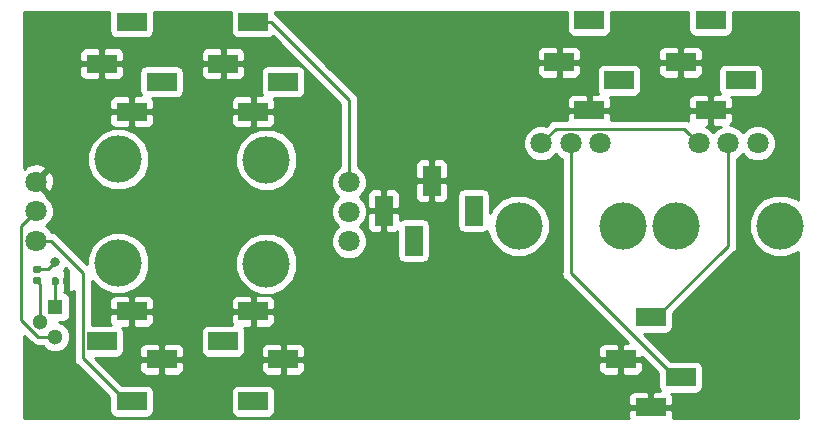
<source format=gtl>
G04 #@! TF.GenerationSoftware,KiCad,Pcbnew,(5.0.2)-1*
G04 #@! TF.CreationDate,2019-02-20T17:00:51+00:00*
G04 #@! TF.ProjectId,Modulator,4d6f6475-6c61-4746-9f72-2e6b69636164,rev?*
G04 #@! TF.SameCoordinates,Original*
G04 #@! TF.FileFunction,Copper,L1,Top*
G04 #@! TF.FilePolarity,Positive*
%FSLAX46Y46*%
G04 Gerber Fmt 4.6, Leading zero omitted, Abs format (unit mm)*
G04 Created by KiCad (PCBNEW (5.0.2)-1) date 20/02/2019 17:00:51*
%MOMM*%
%LPD*%
G01*
G04 APERTURE LIST*
G04 #@! TA.AperFunction,ComponentPad*
%ADD10R,2.500000X1.500000*%
G04 #@! TD*
G04 #@! TA.AperFunction,ComponentPad*
%ADD11R,1.500000X2.500000*%
G04 #@! TD*
G04 #@! TA.AperFunction,ComponentPad*
%ADD12C,1.300000*%
G04 #@! TD*
G04 #@! TA.AperFunction,ComponentPad*
%ADD13R,1.300000X1.300000*%
G04 #@! TD*
G04 #@! TA.AperFunction,Conductor*
%ADD14C,0.100000*%
G04 #@! TD*
G04 #@! TA.AperFunction,SMDPad,CuDef*
%ADD15C,0.590000*%
G04 #@! TD*
G04 #@! TA.AperFunction,ComponentPad*
%ADD16C,1.800000*%
G04 #@! TD*
G04 #@! TA.AperFunction,WasherPad*
%ADD17C,4.000000*%
G04 #@! TD*
G04 #@! TA.AperFunction,ViaPad*
%ADD18C,0.800000*%
G04 #@! TD*
G04 #@! TA.AperFunction,Conductor*
%ADD19C,0.250000*%
G04 #@! TD*
G04 #@! TA.AperFunction,Conductor*
%ADD20C,0.254000*%
G04 #@! TD*
G04 APERTURE END LIST*
D10*
G04 #@! TO.P,J1,T*
G04 #@! TO.N,Net-(J1-PadT)*
X74041000Y-35433000D03*
G04 #@! TO.P,J1,R*
G04 #@! TO.N,Net-(J1-PadR)*
X76581000Y-40513000D03*
G04 #@! TO.P,J1,G*
G04 #@! TO.N,GND*
X71501000Y-38989000D03*
G04 #@! TO.P,J1,S*
X74041000Y-43053000D03*
G04 #@! TD*
G04 #@! TO.P,J2,S*
G04 #@! TO.N,GND*
X74041000Y-59944000D03*
G04 #@! TO.P,J2,G*
X76581000Y-64008000D03*
G04 #@! TO.P,J2,R*
G04 #@! TO.N,Net-(J2-PadR)*
X71501000Y-62484000D03*
G04 #@! TO.P,J2,T*
G04 #@! TO.N,Net-(J2-PadT)*
X74041000Y-67564000D03*
G04 #@! TD*
G04 #@! TO.P,J3,S*
G04 #@! TO.N,GND*
X84328000Y-43053000D03*
G04 #@! TO.P,J3,G*
X81788000Y-38989000D03*
G04 #@! TO.P,J3,R*
G04 #@! TO.N,Net-(J3-PadR)*
X86868000Y-40513000D03*
G04 #@! TO.P,J3,T*
G04 #@! TO.N,Net-(J3-PadT)*
X84328000Y-35433000D03*
G04 #@! TD*
G04 #@! TO.P,J4,T*
G04 #@! TO.N,Net-(J4-PadT)*
X84328000Y-67564000D03*
G04 #@! TO.P,J4,R*
G04 #@! TO.N,Net-(J4-PadR)*
X81788000Y-62484000D03*
G04 #@! TO.P,J4,G*
G04 #@! TO.N,GND*
X86868000Y-64008000D03*
G04 #@! TO.P,J4,S*
X84328000Y-59944000D03*
G04 #@! TD*
D11*
G04 #@! TO.P,J5,T*
G04 #@! TO.N,VOUT*
X102997000Y-51435000D03*
G04 #@! TO.P,J5,R*
G04 #@! TO.N,Net-(J5-PadR)*
X97917000Y-53975000D03*
G04 #@! TO.P,J5,G*
G04 #@! TO.N,GND*
X99441000Y-48895000D03*
G04 #@! TO.P,J5,S*
X95377000Y-51435000D03*
G04 #@! TD*
D10*
G04 #@! TO.P,J6,S*
G04 #@! TO.N,GND*
X112776000Y-42926000D03*
G04 #@! TO.P,J6,G*
X110236000Y-38862000D03*
G04 #@! TO.P,J6,R*
G04 #@! TO.N,Net-(J6-PadR)*
X115316000Y-40386000D03*
G04 #@! TO.P,J6,T*
G04 #@! TO.N,Net-(J6-PadT)*
X112776000Y-35306000D03*
G04 #@! TD*
G04 #@! TO.P,J7,T*
G04 #@! TO.N,Net-(J7-PadT)*
X123063000Y-35306000D03*
G04 #@! TO.P,J7,R*
G04 #@! TO.N,Net-(J7-PadR)*
X125603000Y-40386000D03*
G04 #@! TO.P,J7,G*
G04 #@! TO.N,GND*
X120523000Y-38862000D03*
G04 #@! TO.P,J7,S*
X123063000Y-42926000D03*
G04 #@! TD*
G04 #@! TO.P,J8,S*
G04 #@! TO.N,GND*
X117983000Y-68072000D03*
G04 #@! TO.P,J8,G*
X115443000Y-64008000D03*
G04 #@! TO.P,J8,R*
G04 #@! TO.N,R*
X120523000Y-65532000D03*
G04 #@! TO.P,J8,T*
G04 #@! TO.N,L*
X117983000Y-60452000D03*
G04 #@! TD*
D12*
G04 #@! TO.P,Q1,2*
G04 #@! TO.N,VOUT*
X66294000Y-60833000D03*
G04 #@! TO.P,Q1,3*
G04 #@! TO.N,Net-(Q1-Pad3)*
X67564000Y-62103000D03*
D13*
G04 #@! TO.P,Q1,1*
G04 #@! TO.N,Net-(Q1-Pad1)*
X67564000Y-59563000D03*
G04 #@! TD*
D14*
G04 #@! TO.N,VOUT*
G04 #@! TO.C,R1*
G36*
X66226958Y-57063710D02*
X66241276Y-57065834D01*
X66255317Y-57069351D01*
X66268946Y-57074228D01*
X66282031Y-57080417D01*
X66294447Y-57087858D01*
X66306073Y-57096481D01*
X66316798Y-57106202D01*
X66326519Y-57116927D01*
X66335142Y-57128553D01*
X66342583Y-57140969D01*
X66348772Y-57154054D01*
X66353649Y-57167683D01*
X66357166Y-57181724D01*
X66359290Y-57196042D01*
X66360000Y-57210500D01*
X66360000Y-57505500D01*
X66359290Y-57519958D01*
X66357166Y-57534276D01*
X66353649Y-57548317D01*
X66348772Y-57561946D01*
X66342583Y-57575031D01*
X66335142Y-57587447D01*
X66326519Y-57599073D01*
X66316798Y-57609798D01*
X66306073Y-57619519D01*
X66294447Y-57628142D01*
X66282031Y-57635583D01*
X66268946Y-57641772D01*
X66255317Y-57646649D01*
X66241276Y-57650166D01*
X66226958Y-57652290D01*
X66212500Y-57653000D01*
X65867500Y-57653000D01*
X65853042Y-57652290D01*
X65838724Y-57650166D01*
X65824683Y-57646649D01*
X65811054Y-57641772D01*
X65797969Y-57635583D01*
X65785553Y-57628142D01*
X65773927Y-57619519D01*
X65763202Y-57609798D01*
X65753481Y-57599073D01*
X65744858Y-57587447D01*
X65737417Y-57575031D01*
X65731228Y-57561946D01*
X65726351Y-57548317D01*
X65722834Y-57534276D01*
X65720710Y-57519958D01*
X65720000Y-57505500D01*
X65720000Y-57210500D01*
X65720710Y-57196042D01*
X65722834Y-57181724D01*
X65726351Y-57167683D01*
X65731228Y-57154054D01*
X65737417Y-57140969D01*
X65744858Y-57128553D01*
X65753481Y-57116927D01*
X65763202Y-57106202D01*
X65773927Y-57096481D01*
X65785553Y-57087858D01*
X65797969Y-57080417D01*
X65811054Y-57074228D01*
X65824683Y-57069351D01*
X65838724Y-57065834D01*
X65853042Y-57063710D01*
X65867500Y-57063000D01*
X66212500Y-57063000D01*
X66226958Y-57063710D01*
X66226958Y-57063710D01*
G37*
D15*
G04 #@! TD*
G04 #@! TO.P,R1,1*
G04 #@! TO.N,VOUT*
X66040000Y-57358000D03*
D14*
G04 #@! TO.N,Net-(J1-PadT)*
G04 #@! TO.C,R1*
G36*
X66226958Y-56093710D02*
X66241276Y-56095834D01*
X66255317Y-56099351D01*
X66268946Y-56104228D01*
X66282031Y-56110417D01*
X66294447Y-56117858D01*
X66306073Y-56126481D01*
X66316798Y-56136202D01*
X66326519Y-56146927D01*
X66335142Y-56158553D01*
X66342583Y-56170969D01*
X66348772Y-56184054D01*
X66353649Y-56197683D01*
X66357166Y-56211724D01*
X66359290Y-56226042D01*
X66360000Y-56240500D01*
X66360000Y-56535500D01*
X66359290Y-56549958D01*
X66357166Y-56564276D01*
X66353649Y-56578317D01*
X66348772Y-56591946D01*
X66342583Y-56605031D01*
X66335142Y-56617447D01*
X66326519Y-56629073D01*
X66316798Y-56639798D01*
X66306073Y-56649519D01*
X66294447Y-56658142D01*
X66282031Y-56665583D01*
X66268946Y-56671772D01*
X66255317Y-56676649D01*
X66241276Y-56680166D01*
X66226958Y-56682290D01*
X66212500Y-56683000D01*
X65867500Y-56683000D01*
X65853042Y-56682290D01*
X65838724Y-56680166D01*
X65824683Y-56676649D01*
X65811054Y-56671772D01*
X65797969Y-56665583D01*
X65785553Y-56658142D01*
X65773927Y-56649519D01*
X65763202Y-56639798D01*
X65753481Y-56629073D01*
X65744858Y-56617447D01*
X65737417Y-56605031D01*
X65731228Y-56591946D01*
X65726351Y-56578317D01*
X65722834Y-56564276D01*
X65720710Y-56549958D01*
X65720000Y-56535500D01*
X65720000Y-56240500D01*
X65720710Y-56226042D01*
X65722834Y-56211724D01*
X65726351Y-56197683D01*
X65731228Y-56184054D01*
X65737417Y-56170969D01*
X65744858Y-56158553D01*
X65753481Y-56146927D01*
X65763202Y-56136202D01*
X65773927Y-56126481D01*
X65785553Y-56117858D01*
X65797969Y-56110417D01*
X65811054Y-56104228D01*
X65824683Y-56099351D01*
X65838724Y-56095834D01*
X65853042Y-56093710D01*
X65867500Y-56093000D01*
X66212500Y-56093000D01*
X66226958Y-56093710D01*
X66226958Y-56093710D01*
G37*
D15*
G04 #@! TD*
G04 #@! TO.P,R1,2*
G04 #@! TO.N,Net-(J1-PadT)*
X66040000Y-56388000D03*
D14*
G04 #@! TO.N,Net-(Q1-Pad1)*
G04 #@! TO.C,R2*
G36*
X67725958Y-57084710D02*
X67740276Y-57086834D01*
X67754317Y-57090351D01*
X67767946Y-57095228D01*
X67781031Y-57101417D01*
X67793447Y-57108858D01*
X67805073Y-57117481D01*
X67815798Y-57127202D01*
X67825519Y-57137927D01*
X67834142Y-57149553D01*
X67841583Y-57161969D01*
X67847772Y-57175054D01*
X67852649Y-57188683D01*
X67856166Y-57202724D01*
X67858290Y-57217042D01*
X67859000Y-57231500D01*
X67859000Y-57576500D01*
X67858290Y-57590958D01*
X67856166Y-57605276D01*
X67852649Y-57619317D01*
X67847772Y-57632946D01*
X67841583Y-57646031D01*
X67834142Y-57658447D01*
X67825519Y-57670073D01*
X67815798Y-57680798D01*
X67805073Y-57690519D01*
X67793447Y-57699142D01*
X67781031Y-57706583D01*
X67767946Y-57712772D01*
X67754317Y-57717649D01*
X67740276Y-57721166D01*
X67725958Y-57723290D01*
X67711500Y-57724000D01*
X67416500Y-57724000D01*
X67402042Y-57723290D01*
X67387724Y-57721166D01*
X67373683Y-57717649D01*
X67360054Y-57712772D01*
X67346969Y-57706583D01*
X67334553Y-57699142D01*
X67322927Y-57690519D01*
X67312202Y-57680798D01*
X67302481Y-57670073D01*
X67293858Y-57658447D01*
X67286417Y-57646031D01*
X67280228Y-57632946D01*
X67275351Y-57619317D01*
X67271834Y-57605276D01*
X67269710Y-57590958D01*
X67269000Y-57576500D01*
X67269000Y-57231500D01*
X67269710Y-57217042D01*
X67271834Y-57202724D01*
X67275351Y-57188683D01*
X67280228Y-57175054D01*
X67286417Y-57161969D01*
X67293858Y-57149553D01*
X67302481Y-57137927D01*
X67312202Y-57127202D01*
X67322927Y-57117481D01*
X67334553Y-57108858D01*
X67346969Y-57101417D01*
X67360054Y-57095228D01*
X67373683Y-57090351D01*
X67387724Y-57086834D01*
X67402042Y-57084710D01*
X67416500Y-57084000D01*
X67711500Y-57084000D01*
X67725958Y-57084710D01*
X67725958Y-57084710D01*
G37*
D15*
G04 #@! TD*
G04 #@! TO.P,R2,2*
G04 #@! TO.N,Net-(Q1-Pad1)*
X67564000Y-57404000D03*
D14*
G04 #@! TO.N,GND*
G04 #@! TO.C,R2*
G36*
X68695958Y-57084710D02*
X68710276Y-57086834D01*
X68724317Y-57090351D01*
X68737946Y-57095228D01*
X68751031Y-57101417D01*
X68763447Y-57108858D01*
X68775073Y-57117481D01*
X68785798Y-57127202D01*
X68795519Y-57137927D01*
X68804142Y-57149553D01*
X68811583Y-57161969D01*
X68817772Y-57175054D01*
X68822649Y-57188683D01*
X68826166Y-57202724D01*
X68828290Y-57217042D01*
X68829000Y-57231500D01*
X68829000Y-57576500D01*
X68828290Y-57590958D01*
X68826166Y-57605276D01*
X68822649Y-57619317D01*
X68817772Y-57632946D01*
X68811583Y-57646031D01*
X68804142Y-57658447D01*
X68795519Y-57670073D01*
X68785798Y-57680798D01*
X68775073Y-57690519D01*
X68763447Y-57699142D01*
X68751031Y-57706583D01*
X68737946Y-57712772D01*
X68724317Y-57717649D01*
X68710276Y-57721166D01*
X68695958Y-57723290D01*
X68681500Y-57724000D01*
X68386500Y-57724000D01*
X68372042Y-57723290D01*
X68357724Y-57721166D01*
X68343683Y-57717649D01*
X68330054Y-57712772D01*
X68316969Y-57706583D01*
X68304553Y-57699142D01*
X68292927Y-57690519D01*
X68282202Y-57680798D01*
X68272481Y-57670073D01*
X68263858Y-57658447D01*
X68256417Y-57646031D01*
X68250228Y-57632946D01*
X68245351Y-57619317D01*
X68241834Y-57605276D01*
X68239710Y-57590958D01*
X68239000Y-57576500D01*
X68239000Y-57231500D01*
X68239710Y-57217042D01*
X68241834Y-57202724D01*
X68245351Y-57188683D01*
X68250228Y-57175054D01*
X68256417Y-57161969D01*
X68263858Y-57149553D01*
X68272481Y-57137927D01*
X68282202Y-57127202D01*
X68292927Y-57117481D01*
X68304553Y-57108858D01*
X68316969Y-57101417D01*
X68330054Y-57095228D01*
X68343683Y-57090351D01*
X68357724Y-57086834D01*
X68372042Y-57084710D01*
X68386500Y-57084000D01*
X68681500Y-57084000D01*
X68695958Y-57084710D01*
X68695958Y-57084710D01*
G37*
D15*
G04 #@! TD*
G04 #@! TO.P,R2,1*
G04 #@! TO.N,GND*
X68534000Y-57404000D03*
D16*
G04 #@! TO.P,RV1,3*
G04 #@! TO.N,GND*
X65913000Y-48975000D03*
G04 #@! TO.P,RV1,2*
G04 #@! TO.N,Net-(Q1-Pad3)*
X65913000Y-51475000D03*
G04 #@! TO.P,RV1,1*
G04 #@! TO.N,Net-(J2-PadT)*
X65913000Y-53975000D03*
D17*
G04 #@! TO.P,RV1,*
G04 #@! TO.N,*
X72913000Y-47075000D03*
X72913000Y-55875000D03*
G04 #@! TD*
G04 #@! TO.P,RV2,*
G04 #@! TO.N,*
X85456000Y-47122000D03*
X85456000Y-55922000D03*
D16*
G04 #@! TO.P,RV2,1*
G04 #@! TO.N,Net-(J3-PadT)*
X92456000Y-49022000D03*
G04 #@! TO.P,RV2,2*
G04 #@! TO.N,VOUT*
X92456000Y-51522000D03*
G04 #@! TO.P,RV2,3*
G04 #@! TO.N,Net-(J4-PadT)*
X92456000Y-54022000D03*
G04 #@! TD*
G04 #@! TO.P,RV3,3*
G04 #@! TO.N,Net-(J7-PadT)*
X127047000Y-45720000D03*
G04 #@! TO.P,RV3,2*
G04 #@! TO.N,L*
X124547000Y-45720000D03*
G04 #@! TO.P,RV3,1*
G04 #@! TO.N,Net-(J6-PadT)*
X122047000Y-45720000D03*
D17*
G04 #@! TO.P,RV3,*
G04 #@! TO.N,*
X128947000Y-52720000D03*
X120147000Y-52720000D03*
G04 #@! TD*
G04 #@! TO.P,RV4,*
G04 #@! TO.N,*
X106812000Y-52720000D03*
X115612000Y-52720000D03*
D16*
G04 #@! TO.P,RV4,1*
G04 #@! TO.N,Net-(J6-PadT)*
X108712000Y-45720000D03*
G04 #@! TO.P,RV4,2*
G04 #@! TO.N,R*
X111212000Y-45720000D03*
G04 #@! TO.P,RV4,3*
G04 #@! TO.N,Net-(J7-PadT)*
X113712000Y-45720000D03*
G04 #@! TD*
D18*
G04 #@! TO.N,Net-(J1-PadT)*
X67564000Y-55753000D03*
G04 #@! TD*
D19*
G04 #@! TO.N,Net-(J1-PadT)*
X66040000Y-56388000D02*
X66929000Y-56388000D01*
X66929000Y-56388000D02*
X67564000Y-55753000D01*
G04 #@! TO.N,Net-(J2-PadT)*
X73541000Y-67564000D02*
X74041000Y-67564000D01*
X69925999Y-63948999D02*
X73541000Y-67564000D01*
X69925999Y-56715207D02*
X69925999Y-63948999D01*
X67185792Y-53975000D02*
X69925999Y-56715207D01*
X65913000Y-53975000D02*
X67185792Y-53975000D01*
G04 #@! TO.N,Net-(J3-PadT)*
X92456000Y-47749208D02*
X92456000Y-49022000D01*
X92456000Y-42061000D02*
X92456000Y-47749208D01*
X85828000Y-35433000D02*
X92456000Y-42061000D01*
X84328000Y-35433000D02*
X85828000Y-35433000D01*
G04 #@! TO.N,VOUT*
X66294000Y-57612000D02*
X66040000Y-57358000D01*
X66294000Y-60833000D02*
X66294000Y-57612000D01*
G04 #@! TO.N,Net-(J6-PadT)*
X121147001Y-44820001D02*
X122047000Y-45720000D01*
X120821999Y-44494999D02*
X121147001Y-44820001D01*
X109937001Y-44494999D02*
X120821999Y-44494999D01*
X108712000Y-45720000D02*
X109937001Y-44494999D01*
G04 #@! TO.N,R*
X120023000Y-65532000D02*
X120523000Y-65532000D01*
X111212000Y-56721000D02*
X120023000Y-65532000D01*
X111212000Y-45720000D02*
X111212000Y-56721000D01*
G04 #@! TO.N,L*
X118483000Y-60452000D02*
X117983000Y-60452000D01*
X124547000Y-54388000D02*
X118483000Y-60452000D01*
X124547000Y-45720000D02*
X124547000Y-54388000D01*
G04 #@! TO.N,Net-(Q1-Pad3)*
X66644762Y-62103000D02*
X67564000Y-62103000D01*
X66120998Y-62103000D02*
X66644762Y-62103000D01*
X64687999Y-60670001D02*
X66120998Y-62103000D01*
X64687999Y-52700001D02*
X64687999Y-60670001D01*
X65913000Y-51475000D02*
X64687999Y-52700001D01*
G04 #@! TO.N,Net-(Q1-Pad1)*
X67564000Y-57404000D02*
X67564000Y-59563000D01*
G04 #@! TD*
D20*
G04 #@! TO.N,GND*
G36*
X72143560Y-34683000D02*
X72143560Y-36183000D01*
X72192843Y-36430765D01*
X72333191Y-36640809D01*
X72543235Y-36781157D01*
X72791000Y-36830440D01*
X75291000Y-36830440D01*
X75538765Y-36781157D01*
X75748809Y-36640809D01*
X75889157Y-36430765D01*
X75938440Y-36183000D01*
X75938440Y-34683000D01*
X75925710Y-34619000D01*
X82443290Y-34619000D01*
X82430560Y-34683000D01*
X82430560Y-36183000D01*
X82479843Y-36430765D01*
X82620191Y-36640809D01*
X82830235Y-36781157D01*
X83078000Y-36830440D01*
X85578000Y-36830440D01*
X85825765Y-36781157D01*
X85990969Y-36670770D01*
X91696000Y-42375803D01*
X91696001Y-47674352D01*
X91696000Y-47674357D01*
X91696000Y-47675331D01*
X91586493Y-47720690D01*
X91154690Y-48152493D01*
X90921000Y-48716670D01*
X90921000Y-49327330D01*
X91154690Y-49891507D01*
X91535183Y-50272000D01*
X91154690Y-50652493D01*
X90921000Y-51216670D01*
X90921000Y-51827330D01*
X91154690Y-52391507D01*
X91535183Y-52772000D01*
X91154690Y-53152493D01*
X90921000Y-53716670D01*
X90921000Y-54327330D01*
X91154690Y-54891507D01*
X91586493Y-55323310D01*
X92150670Y-55557000D01*
X92761330Y-55557000D01*
X93325507Y-55323310D01*
X93757310Y-54891507D01*
X93991000Y-54327330D01*
X93991000Y-53716670D01*
X93757310Y-53152493D01*
X93376817Y-52772000D01*
X93757310Y-52391507D01*
X93991000Y-51827330D01*
X93991000Y-51720750D01*
X93992000Y-51720750D01*
X93992000Y-52811309D01*
X94088673Y-53044698D01*
X94267301Y-53223327D01*
X94500690Y-53320000D01*
X95091250Y-53320000D01*
X95250000Y-53161250D01*
X95250000Y-51562000D01*
X95504000Y-51562000D01*
X95504000Y-53161250D01*
X95662750Y-53320000D01*
X96253310Y-53320000D01*
X96486699Y-53223327D01*
X96519560Y-53190466D01*
X96519560Y-55225000D01*
X96568843Y-55472765D01*
X96709191Y-55682809D01*
X96919235Y-55823157D01*
X97167000Y-55872440D01*
X98667000Y-55872440D01*
X98914765Y-55823157D01*
X99124809Y-55682809D01*
X99265157Y-55472765D01*
X99314440Y-55225000D01*
X99314440Y-52725000D01*
X99265157Y-52477235D01*
X99124809Y-52267191D01*
X98914765Y-52126843D01*
X98667000Y-52077560D01*
X97167000Y-52077560D01*
X96919235Y-52126843D01*
X96762000Y-52231905D01*
X96762000Y-51720750D01*
X96603250Y-51562000D01*
X95504000Y-51562000D01*
X95250000Y-51562000D01*
X94150750Y-51562000D01*
X93992000Y-51720750D01*
X93991000Y-51720750D01*
X93991000Y-51216670D01*
X93757310Y-50652493D01*
X93376817Y-50272000D01*
X93590126Y-50058691D01*
X93992000Y-50058691D01*
X93992000Y-51149250D01*
X94150750Y-51308000D01*
X95250000Y-51308000D01*
X95250000Y-49708750D01*
X95504000Y-49708750D01*
X95504000Y-51308000D01*
X96603250Y-51308000D01*
X96762000Y-51149250D01*
X96762000Y-50058691D01*
X96665327Y-49825302D01*
X96486699Y-49646673D01*
X96253310Y-49550000D01*
X95662750Y-49550000D01*
X95504000Y-49708750D01*
X95250000Y-49708750D01*
X95091250Y-49550000D01*
X94500690Y-49550000D01*
X94267301Y-49646673D01*
X94088673Y-49825302D01*
X93992000Y-50058691D01*
X93590126Y-50058691D01*
X93757310Y-49891507D01*
X93991000Y-49327330D01*
X93991000Y-49180750D01*
X98056000Y-49180750D01*
X98056000Y-50271309D01*
X98152673Y-50504698D01*
X98331301Y-50683327D01*
X98564690Y-50780000D01*
X99155250Y-50780000D01*
X99314000Y-50621250D01*
X99314000Y-49022000D01*
X99568000Y-49022000D01*
X99568000Y-50621250D01*
X99726750Y-50780000D01*
X100317310Y-50780000D01*
X100550699Y-50683327D01*
X100729327Y-50504698D01*
X100826000Y-50271309D01*
X100826000Y-50185000D01*
X101599560Y-50185000D01*
X101599560Y-52685000D01*
X101648843Y-52932765D01*
X101789191Y-53142809D01*
X101999235Y-53283157D01*
X102247000Y-53332440D01*
X103747000Y-53332440D01*
X103994765Y-53283157D01*
X104177000Y-53161391D01*
X104177000Y-53244134D01*
X104578155Y-54212608D01*
X105319392Y-54953845D01*
X106287866Y-55355000D01*
X107336134Y-55355000D01*
X108304608Y-54953845D01*
X109045845Y-54212608D01*
X109447000Y-53244134D01*
X109447000Y-52195866D01*
X109045845Y-51227392D01*
X108304608Y-50486155D01*
X107336134Y-50085000D01*
X106287866Y-50085000D01*
X105319392Y-50486155D01*
X104578155Y-51227392D01*
X104394440Y-51670919D01*
X104394440Y-50185000D01*
X104345157Y-49937235D01*
X104204809Y-49727191D01*
X103994765Y-49586843D01*
X103747000Y-49537560D01*
X102247000Y-49537560D01*
X101999235Y-49586843D01*
X101789191Y-49727191D01*
X101648843Y-49937235D01*
X101599560Y-50185000D01*
X100826000Y-50185000D01*
X100826000Y-49180750D01*
X100667250Y-49022000D01*
X99568000Y-49022000D01*
X99314000Y-49022000D01*
X98214750Y-49022000D01*
X98056000Y-49180750D01*
X93991000Y-49180750D01*
X93991000Y-48716670D01*
X93757310Y-48152493D01*
X93325507Y-47720690D01*
X93216000Y-47675331D01*
X93216000Y-47518691D01*
X98056000Y-47518691D01*
X98056000Y-48609250D01*
X98214750Y-48768000D01*
X99314000Y-48768000D01*
X99314000Y-47168750D01*
X99568000Y-47168750D01*
X99568000Y-48768000D01*
X100667250Y-48768000D01*
X100826000Y-48609250D01*
X100826000Y-47518691D01*
X100729327Y-47285302D01*
X100550699Y-47106673D01*
X100317310Y-47010000D01*
X99726750Y-47010000D01*
X99568000Y-47168750D01*
X99314000Y-47168750D01*
X99155250Y-47010000D01*
X98564690Y-47010000D01*
X98331301Y-47106673D01*
X98152673Y-47285302D01*
X98056000Y-47518691D01*
X93216000Y-47518691D01*
X93216000Y-45414670D01*
X107177000Y-45414670D01*
X107177000Y-46025330D01*
X107410690Y-46589507D01*
X107842493Y-47021310D01*
X108406670Y-47255000D01*
X109017330Y-47255000D01*
X109581507Y-47021310D01*
X109962000Y-46640817D01*
X110342493Y-47021310D01*
X110452000Y-47066669D01*
X110452001Y-56646148D01*
X110437112Y-56721000D01*
X110496097Y-57017537D01*
X110593218Y-57162888D01*
X110664072Y-57268929D01*
X110727528Y-57311329D01*
X116039198Y-62623000D01*
X115728750Y-62623000D01*
X115570000Y-62781750D01*
X115570000Y-63881000D01*
X117169250Y-63881000D01*
X117233224Y-63817026D01*
X118625560Y-65209362D01*
X118625560Y-66282000D01*
X118674843Y-66529765D01*
X118779905Y-66687000D01*
X118268750Y-66687000D01*
X118110000Y-66845750D01*
X118110000Y-67945000D01*
X119709250Y-67945000D01*
X119868000Y-67786250D01*
X119868000Y-67195690D01*
X119771327Y-66962301D01*
X119738466Y-66929440D01*
X121773000Y-66929440D01*
X122020765Y-66880157D01*
X122230809Y-66739809D01*
X122371157Y-66529765D01*
X122420440Y-66282000D01*
X122420440Y-64782000D01*
X122371157Y-64534235D01*
X122230809Y-64324191D01*
X122020765Y-64183843D01*
X121773000Y-64134560D01*
X119700362Y-64134560D01*
X117415242Y-61849440D01*
X119233000Y-61849440D01*
X119480765Y-61800157D01*
X119690809Y-61659809D01*
X119831157Y-61449765D01*
X119880440Y-61202000D01*
X119880440Y-60129361D01*
X125031473Y-54978329D01*
X125094929Y-54935929D01*
X125262904Y-54684537D01*
X125307000Y-54462852D01*
X125307000Y-54462848D01*
X125321888Y-54388001D01*
X125307000Y-54313154D01*
X125307000Y-47066669D01*
X125416507Y-47021310D01*
X125797000Y-46640817D01*
X126177493Y-47021310D01*
X126741670Y-47255000D01*
X127352330Y-47255000D01*
X127916507Y-47021310D01*
X128348310Y-46589507D01*
X128582000Y-46025330D01*
X128582000Y-45414670D01*
X128348310Y-44850493D01*
X127916507Y-44418690D01*
X127352330Y-44185000D01*
X126741670Y-44185000D01*
X126177493Y-44418690D01*
X125797000Y-44799183D01*
X125416507Y-44418690D01*
X124852330Y-44185000D01*
X124702025Y-44185000D01*
X124851327Y-44035699D01*
X124948000Y-43802310D01*
X124948000Y-43211750D01*
X124789250Y-43053000D01*
X123190000Y-43053000D01*
X123190000Y-44152250D01*
X123348750Y-44311000D01*
X123937479Y-44311000D01*
X123677493Y-44418690D01*
X123297000Y-44799183D01*
X122916507Y-44418690D01*
X122656521Y-44311000D01*
X122777250Y-44311000D01*
X122936000Y-44152250D01*
X122936000Y-43053000D01*
X121336750Y-43053000D01*
X121178000Y-43211750D01*
X121178000Y-43802310D01*
X121187460Y-43825149D01*
X121118536Y-43779095D01*
X120896851Y-43734999D01*
X120896846Y-43734999D01*
X120821999Y-43720111D01*
X120747152Y-43734999D01*
X114661000Y-43734999D01*
X114661000Y-43211750D01*
X114502250Y-43053000D01*
X112903000Y-43053000D01*
X112903000Y-43073000D01*
X112649000Y-43073000D01*
X112649000Y-43053000D01*
X111049750Y-43053000D01*
X110891000Y-43211750D01*
X110891000Y-43734999D01*
X110011847Y-43734999D01*
X109937000Y-43720111D01*
X109862153Y-43734999D01*
X109862149Y-43734999D01*
X109640464Y-43779095D01*
X109389072Y-43947070D01*
X109346672Y-44010526D01*
X109126838Y-44230360D01*
X109017330Y-44185000D01*
X108406670Y-44185000D01*
X107842493Y-44418690D01*
X107410690Y-44850493D01*
X107177000Y-45414670D01*
X93216000Y-45414670D01*
X93216000Y-42135846D01*
X93230888Y-42060999D01*
X93228639Y-42049690D01*
X110891000Y-42049690D01*
X110891000Y-42640250D01*
X111049750Y-42799000D01*
X112649000Y-42799000D01*
X112649000Y-41699750D01*
X112903000Y-41699750D01*
X112903000Y-42799000D01*
X114502250Y-42799000D01*
X114661000Y-42640250D01*
X114661000Y-42049690D01*
X121178000Y-42049690D01*
X121178000Y-42640250D01*
X121336750Y-42799000D01*
X122936000Y-42799000D01*
X122936000Y-41699750D01*
X123190000Y-41699750D01*
X123190000Y-42799000D01*
X124789250Y-42799000D01*
X124948000Y-42640250D01*
X124948000Y-42049690D01*
X124851327Y-41816301D01*
X124818466Y-41783440D01*
X126853000Y-41783440D01*
X127100765Y-41734157D01*
X127310809Y-41593809D01*
X127451157Y-41383765D01*
X127500440Y-41136000D01*
X127500440Y-39636000D01*
X127451157Y-39388235D01*
X127310809Y-39178191D01*
X127100765Y-39037843D01*
X126853000Y-38988560D01*
X124353000Y-38988560D01*
X124105235Y-39037843D01*
X123895191Y-39178191D01*
X123754843Y-39388235D01*
X123705560Y-39636000D01*
X123705560Y-41136000D01*
X123754843Y-41383765D01*
X123859905Y-41541000D01*
X123348750Y-41541000D01*
X123190000Y-41699750D01*
X122936000Y-41699750D01*
X122777250Y-41541000D01*
X121686691Y-41541000D01*
X121453302Y-41637673D01*
X121274673Y-41816301D01*
X121178000Y-42049690D01*
X114661000Y-42049690D01*
X114564327Y-41816301D01*
X114531466Y-41783440D01*
X116566000Y-41783440D01*
X116813765Y-41734157D01*
X117023809Y-41593809D01*
X117164157Y-41383765D01*
X117213440Y-41136000D01*
X117213440Y-39636000D01*
X117164157Y-39388235D01*
X117023809Y-39178191D01*
X116978252Y-39147750D01*
X118638000Y-39147750D01*
X118638000Y-39738310D01*
X118734673Y-39971699D01*
X118913302Y-40150327D01*
X119146691Y-40247000D01*
X120237250Y-40247000D01*
X120396000Y-40088250D01*
X120396000Y-38989000D01*
X120650000Y-38989000D01*
X120650000Y-40088250D01*
X120808750Y-40247000D01*
X121899309Y-40247000D01*
X122132698Y-40150327D01*
X122311327Y-39971699D01*
X122408000Y-39738310D01*
X122408000Y-39147750D01*
X122249250Y-38989000D01*
X120650000Y-38989000D01*
X120396000Y-38989000D01*
X118796750Y-38989000D01*
X118638000Y-39147750D01*
X116978252Y-39147750D01*
X116813765Y-39037843D01*
X116566000Y-38988560D01*
X114066000Y-38988560D01*
X113818235Y-39037843D01*
X113608191Y-39178191D01*
X113467843Y-39388235D01*
X113418560Y-39636000D01*
X113418560Y-41136000D01*
X113467843Y-41383765D01*
X113572905Y-41541000D01*
X113061750Y-41541000D01*
X112903000Y-41699750D01*
X112649000Y-41699750D01*
X112490250Y-41541000D01*
X111399691Y-41541000D01*
X111166302Y-41637673D01*
X110987673Y-41816301D01*
X110891000Y-42049690D01*
X93228639Y-42049690D01*
X93216000Y-41986152D01*
X93216000Y-41986148D01*
X93171904Y-41764463D01*
X93128664Y-41699750D01*
X93046329Y-41576526D01*
X93046327Y-41576524D01*
X93003929Y-41513071D01*
X92940476Y-41470673D01*
X90617553Y-39147750D01*
X108351000Y-39147750D01*
X108351000Y-39738310D01*
X108447673Y-39971699D01*
X108626302Y-40150327D01*
X108859691Y-40247000D01*
X109950250Y-40247000D01*
X110109000Y-40088250D01*
X110109000Y-38989000D01*
X110363000Y-38989000D01*
X110363000Y-40088250D01*
X110521750Y-40247000D01*
X111612309Y-40247000D01*
X111845698Y-40150327D01*
X112024327Y-39971699D01*
X112121000Y-39738310D01*
X112121000Y-39147750D01*
X111962250Y-38989000D01*
X110363000Y-38989000D01*
X110109000Y-38989000D01*
X108509750Y-38989000D01*
X108351000Y-39147750D01*
X90617553Y-39147750D01*
X89455493Y-37985690D01*
X108351000Y-37985690D01*
X108351000Y-38576250D01*
X108509750Y-38735000D01*
X110109000Y-38735000D01*
X110109000Y-37635750D01*
X110363000Y-37635750D01*
X110363000Y-38735000D01*
X111962250Y-38735000D01*
X112121000Y-38576250D01*
X112121000Y-37985690D01*
X118638000Y-37985690D01*
X118638000Y-38576250D01*
X118796750Y-38735000D01*
X120396000Y-38735000D01*
X120396000Y-37635750D01*
X120650000Y-37635750D01*
X120650000Y-38735000D01*
X122249250Y-38735000D01*
X122408000Y-38576250D01*
X122408000Y-37985690D01*
X122311327Y-37752301D01*
X122132698Y-37573673D01*
X121899309Y-37477000D01*
X120808750Y-37477000D01*
X120650000Y-37635750D01*
X120396000Y-37635750D01*
X120237250Y-37477000D01*
X119146691Y-37477000D01*
X118913302Y-37573673D01*
X118734673Y-37752301D01*
X118638000Y-37985690D01*
X112121000Y-37985690D01*
X112024327Y-37752301D01*
X111845698Y-37573673D01*
X111612309Y-37477000D01*
X110521750Y-37477000D01*
X110363000Y-37635750D01*
X110109000Y-37635750D01*
X109950250Y-37477000D01*
X108859691Y-37477000D01*
X108626302Y-37573673D01*
X108447673Y-37752301D01*
X108351000Y-37985690D01*
X89455493Y-37985690D01*
X86418331Y-34948530D01*
X86375929Y-34885071D01*
X86225440Y-34784517D01*
X86225440Y-34683000D01*
X86212710Y-34619000D01*
X110878560Y-34619000D01*
X110878560Y-36056000D01*
X110927843Y-36303765D01*
X111068191Y-36513809D01*
X111278235Y-36654157D01*
X111526000Y-36703440D01*
X114026000Y-36703440D01*
X114273765Y-36654157D01*
X114483809Y-36513809D01*
X114624157Y-36303765D01*
X114673440Y-36056000D01*
X114673440Y-34619000D01*
X121165560Y-34619000D01*
X121165560Y-36056000D01*
X121214843Y-36303765D01*
X121355191Y-36513809D01*
X121565235Y-36654157D01*
X121813000Y-36703440D01*
X124313000Y-36703440D01*
X124560765Y-36654157D01*
X124770809Y-36513809D01*
X124911157Y-36303765D01*
X124960440Y-36056000D01*
X124960440Y-34619000D01*
X130481000Y-34619000D01*
X130481000Y-50527547D01*
X130439608Y-50486155D01*
X129471134Y-50085000D01*
X128422866Y-50085000D01*
X127454392Y-50486155D01*
X126713155Y-51227392D01*
X126312000Y-52195866D01*
X126312000Y-53244134D01*
X126713155Y-54212608D01*
X127454392Y-54953845D01*
X128422866Y-55355000D01*
X129471134Y-55355000D01*
X130439608Y-54953845D01*
X130481001Y-54912452D01*
X130481001Y-69013000D01*
X119841204Y-69013000D01*
X119868000Y-68948310D01*
X119868000Y-68357750D01*
X119709250Y-68199000D01*
X118110000Y-68199000D01*
X118110000Y-68219000D01*
X117856000Y-68219000D01*
X117856000Y-68199000D01*
X116256750Y-68199000D01*
X116098000Y-68357750D01*
X116098000Y-68948310D01*
X116124796Y-69013000D01*
X64972000Y-69013000D01*
X64972000Y-62028804D01*
X65530669Y-62587473D01*
X65573069Y-62650929D01*
X65824461Y-62818904D01*
X66046146Y-62863000D01*
X66046150Y-62863000D01*
X66120998Y-62877888D01*
X66195846Y-62863000D01*
X66506735Y-62863000D01*
X66836106Y-63192371D01*
X67308398Y-63388000D01*
X67819602Y-63388000D01*
X68291894Y-63192371D01*
X68653371Y-62830894D01*
X68849000Y-62358602D01*
X68849000Y-61847398D01*
X68653371Y-61375106D01*
X68291894Y-61013629D01*
X67922062Y-60860440D01*
X68214000Y-60860440D01*
X68461765Y-60811157D01*
X68671809Y-60670809D01*
X68812157Y-60460765D01*
X68861440Y-60213000D01*
X68861440Y-58913000D01*
X68812157Y-58665235D01*
X68671809Y-58455191D01*
X68461765Y-58314843D01*
X68324000Y-58287440D01*
X68324000Y-58283250D01*
X68407000Y-58200250D01*
X68407000Y-57938971D01*
X68445929Y-57880710D01*
X68506440Y-57576500D01*
X68506440Y-57231500D01*
X68445929Y-56927290D01*
X68407000Y-56869029D01*
X68407000Y-56607750D01*
X68289981Y-56490731D01*
X68441431Y-56339280D01*
X68451342Y-56315352D01*
X68702370Y-56566380D01*
X68661000Y-56607750D01*
X68661000Y-57277000D01*
X68681000Y-57277000D01*
X68681000Y-57531000D01*
X68661000Y-57531000D01*
X68661000Y-58200250D01*
X68819750Y-58359000D01*
X68955309Y-58359000D01*
X69165999Y-58271729D01*
X69166000Y-63874147D01*
X69151111Y-63948999D01*
X69166000Y-64023851D01*
X69210096Y-64245536D01*
X69378071Y-64496928D01*
X69441527Y-64539328D01*
X72143560Y-67241363D01*
X72143560Y-68314000D01*
X72192843Y-68561765D01*
X72333191Y-68771809D01*
X72543235Y-68912157D01*
X72791000Y-68961440D01*
X75291000Y-68961440D01*
X75538765Y-68912157D01*
X75748809Y-68771809D01*
X75889157Y-68561765D01*
X75938440Y-68314000D01*
X75938440Y-66814000D01*
X82430560Y-66814000D01*
X82430560Y-68314000D01*
X82479843Y-68561765D01*
X82620191Y-68771809D01*
X82830235Y-68912157D01*
X83078000Y-68961440D01*
X85578000Y-68961440D01*
X85825765Y-68912157D01*
X86035809Y-68771809D01*
X86176157Y-68561765D01*
X86225440Y-68314000D01*
X86225440Y-67195690D01*
X116098000Y-67195690D01*
X116098000Y-67786250D01*
X116256750Y-67945000D01*
X117856000Y-67945000D01*
X117856000Y-66845750D01*
X117697250Y-66687000D01*
X116606691Y-66687000D01*
X116373302Y-66783673D01*
X116194673Y-66962301D01*
X116098000Y-67195690D01*
X86225440Y-67195690D01*
X86225440Y-66814000D01*
X86176157Y-66566235D01*
X86035809Y-66356191D01*
X85825765Y-66215843D01*
X85578000Y-66166560D01*
X83078000Y-66166560D01*
X82830235Y-66215843D01*
X82620191Y-66356191D01*
X82479843Y-66566235D01*
X82430560Y-66814000D01*
X75938440Y-66814000D01*
X75889157Y-66566235D01*
X75748809Y-66356191D01*
X75538765Y-66215843D01*
X75291000Y-66166560D01*
X73218363Y-66166560D01*
X71345552Y-64293750D01*
X74696000Y-64293750D01*
X74696000Y-64884310D01*
X74792673Y-65117699D01*
X74971302Y-65296327D01*
X75204691Y-65393000D01*
X76295250Y-65393000D01*
X76454000Y-65234250D01*
X76454000Y-64135000D01*
X76708000Y-64135000D01*
X76708000Y-65234250D01*
X76866750Y-65393000D01*
X77957309Y-65393000D01*
X78190698Y-65296327D01*
X78369327Y-65117699D01*
X78466000Y-64884310D01*
X78466000Y-64293750D01*
X84983000Y-64293750D01*
X84983000Y-64884310D01*
X85079673Y-65117699D01*
X85258302Y-65296327D01*
X85491691Y-65393000D01*
X86582250Y-65393000D01*
X86741000Y-65234250D01*
X86741000Y-64135000D01*
X86995000Y-64135000D01*
X86995000Y-65234250D01*
X87153750Y-65393000D01*
X88244309Y-65393000D01*
X88477698Y-65296327D01*
X88656327Y-65117699D01*
X88753000Y-64884310D01*
X88753000Y-64293750D01*
X113558000Y-64293750D01*
X113558000Y-64884310D01*
X113654673Y-65117699D01*
X113833302Y-65296327D01*
X114066691Y-65393000D01*
X115157250Y-65393000D01*
X115316000Y-65234250D01*
X115316000Y-64135000D01*
X115570000Y-64135000D01*
X115570000Y-65234250D01*
X115728750Y-65393000D01*
X116819309Y-65393000D01*
X117052698Y-65296327D01*
X117231327Y-65117699D01*
X117328000Y-64884310D01*
X117328000Y-64293750D01*
X117169250Y-64135000D01*
X115570000Y-64135000D01*
X115316000Y-64135000D01*
X113716750Y-64135000D01*
X113558000Y-64293750D01*
X88753000Y-64293750D01*
X88594250Y-64135000D01*
X86995000Y-64135000D01*
X86741000Y-64135000D01*
X85141750Y-64135000D01*
X84983000Y-64293750D01*
X78466000Y-64293750D01*
X78307250Y-64135000D01*
X76708000Y-64135000D01*
X76454000Y-64135000D01*
X74854750Y-64135000D01*
X74696000Y-64293750D01*
X71345552Y-64293750D01*
X70933241Y-63881440D01*
X72751000Y-63881440D01*
X72998765Y-63832157D01*
X73208809Y-63691809D01*
X73349157Y-63481765D01*
X73398440Y-63234000D01*
X73398440Y-63131690D01*
X74696000Y-63131690D01*
X74696000Y-63722250D01*
X74854750Y-63881000D01*
X76454000Y-63881000D01*
X76454000Y-62781750D01*
X76708000Y-62781750D01*
X76708000Y-63881000D01*
X78307250Y-63881000D01*
X78466000Y-63722250D01*
X78466000Y-63131690D01*
X78369327Y-62898301D01*
X78190698Y-62719673D01*
X77957309Y-62623000D01*
X76866750Y-62623000D01*
X76708000Y-62781750D01*
X76454000Y-62781750D01*
X76295250Y-62623000D01*
X75204691Y-62623000D01*
X74971302Y-62719673D01*
X74792673Y-62898301D01*
X74696000Y-63131690D01*
X73398440Y-63131690D01*
X73398440Y-61734000D01*
X79890560Y-61734000D01*
X79890560Y-63234000D01*
X79939843Y-63481765D01*
X80080191Y-63691809D01*
X80290235Y-63832157D01*
X80538000Y-63881440D01*
X83038000Y-63881440D01*
X83285765Y-63832157D01*
X83495809Y-63691809D01*
X83636157Y-63481765D01*
X83685440Y-63234000D01*
X83685440Y-63131690D01*
X84983000Y-63131690D01*
X84983000Y-63722250D01*
X85141750Y-63881000D01*
X86741000Y-63881000D01*
X86741000Y-62781750D01*
X86995000Y-62781750D01*
X86995000Y-63881000D01*
X88594250Y-63881000D01*
X88753000Y-63722250D01*
X88753000Y-63131690D01*
X113558000Y-63131690D01*
X113558000Y-63722250D01*
X113716750Y-63881000D01*
X115316000Y-63881000D01*
X115316000Y-62781750D01*
X115157250Y-62623000D01*
X114066691Y-62623000D01*
X113833302Y-62719673D01*
X113654673Y-62898301D01*
X113558000Y-63131690D01*
X88753000Y-63131690D01*
X88656327Y-62898301D01*
X88477698Y-62719673D01*
X88244309Y-62623000D01*
X87153750Y-62623000D01*
X86995000Y-62781750D01*
X86741000Y-62781750D01*
X86582250Y-62623000D01*
X85491691Y-62623000D01*
X85258302Y-62719673D01*
X85079673Y-62898301D01*
X84983000Y-63131690D01*
X83685440Y-63131690D01*
X83685440Y-61734000D01*
X83636157Y-61486235D01*
X83531095Y-61329000D01*
X84042250Y-61329000D01*
X84201000Y-61170250D01*
X84201000Y-60071000D01*
X84455000Y-60071000D01*
X84455000Y-61170250D01*
X84613750Y-61329000D01*
X85704309Y-61329000D01*
X85937698Y-61232327D01*
X86116327Y-61053699D01*
X86213000Y-60820310D01*
X86213000Y-60229750D01*
X86054250Y-60071000D01*
X84455000Y-60071000D01*
X84201000Y-60071000D01*
X82601750Y-60071000D01*
X82443000Y-60229750D01*
X82443000Y-60820310D01*
X82539673Y-61053699D01*
X82572534Y-61086560D01*
X80538000Y-61086560D01*
X80290235Y-61135843D01*
X80080191Y-61276191D01*
X79939843Y-61486235D01*
X79890560Y-61734000D01*
X73398440Y-61734000D01*
X73349157Y-61486235D01*
X73244095Y-61329000D01*
X73755250Y-61329000D01*
X73914000Y-61170250D01*
X73914000Y-60071000D01*
X74168000Y-60071000D01*
X74168000Y-61170250D01*
X74326750Y-61329000D01*
X75417309Y-61329000D01*
X75650698Y-61232327D01*
X75829327Y-61053699D01*
X75926000Y-60820310D01*
X75926000Y-60229750D01*
X75767250Y-60071000D01*
X74168000Y-60071000D01*
X73914000Y-60071000D01*
X72314750Y-60071000D01*
X72156000Y-60229750D01*
X72156000Y-60820310D01*
X72252673Y-61053699D01*
X72285534Y-61086560D01*
X70685999Y-61086560D01*
X70685999Y-59067690D01*
X72156000Y-59067690D01*
X72156000Y-59658250D01*
X72314750Y-59817000D01*
X73914000Y-59817000D01*
X73914000Y-58717750D01*
X74168000Y-58717750D01*
X74168000Y-59817000D01*
X75767250Y-59817000D01*
X75926000Y-59658250D01*
X75926000Y-59067690D01*
X82443000Y-59067690D01*
X82443000Y-59658250D01*
X82601750Y-59817000D01*
X84201000Y-59817000D01*
X84201000Y-58717750D01*
X84455000Y-58717750D01*
X84455000Y-59817000D01*
X86054250Y-59817000D01*
X86213000Y-59658250D01*
X86213000Y-59067690D01*
X86116327Y-58834301D01*
X85937698Y-58655673D01*
X85704309Y-58559000D01*
X84613750Y-58559000D01*
X84455000Y-58717750D01*
X84201000Y-58717750D01*
X84042250Y-58559000D01*
X82951691Y-58559000D01*
X82718302Y-58655673D01*
X82539673Y-58834301D01*
X82443000Y-59067690D01*
X75926000Y-59067690D01*
X75829327Y-58834301D01*
X75650698Y-58655673D01*
X75417309Y-58559000D01*
X74326750Y-58559000D01*
X74168000Y-58717750D01*
X73914000Y-58717750D01*
X73755250Y-58559000D01*
X72664691Y-58559000D01*
X72431302Y-58655673D01*
X72252673Y-58834301D01*
X72156000Y-59067690D01*
X70685999Y-59067690D01*
X70685999Y-57374452D01*
X71420392Y-58108845D01*
X72388866Y-58510000D01*
X73437134Y-58510000D01*
X74405608Y-58108845D01*
X75146845Y-57367608D01*
X75548000Y-56399134D01*
X75548000Y-55397866D01*
X82821000Y-55397866D01*
X82821000Y-56446134D01*
X83222155Y-57414608D01*
X83963392Y-58155845D01*
X84931866Y-58557000D01*
X85980134Y-58557000D01*
X86948608Y-58155845D01*
X87689845Y-57414608D01*
X88091000Y-56446134D01*
X88091000Y-55397866D01*
X87689845Y-54429392D01*
X86948608Y-53688155D01*
X85980134Y-53287000D01*
X84931866Y-53287000D01*
X83963392Y-53688155D01*
X83222155Y-54429392D01*
X82821000Y-55397866D01*
X75548000Y-55397866D01*
X75548000Y-55350866D01*
X75146845Y-54382392D01*
X74405608Y-53641155D01*
X73437134Y-53240000D01*
X72388866Y-53240000D01*
X71420392Y-53641155D01*
X70679155Y-54382392D01*
X70278000Y-55350866D01*
X70278000Y-55992406D01*
X67776123Y-53490530D01*
X67733721Y-53427071D01*
X67482329Y-53259096D01*
X67260644Y-53215000D01*
X67260639Y-53215000D01*
X67259582Y-53214790D01*
X67214310Y-53105493D01*
X66833817Y-52725000D01*
X67214310Y-52344507D01*
X67448000Y-51780330D01*
X67448000Y-51169670D01*
X67214310Y-50605493D01*
X66782507Y-50173690D01*
X66774710Y-50170461D01*
X66813554Y-50055159D01*
X65913000Y-49154605D01*
X65898858Y-49168748D01*
X65719253Y-48989143D01*
X65733395Y-48975000D01*
X66092605Y-48975000D01*
X66993159Y-49875554D01*
X67249643Y-49789148D01*
X67459458Y-49215664D01*
X67433839Y-48605540D01*
X67249643Y-48160852D01*
X66993159Y-48074446D01*
X66092605Y-48975000D01*
X65733395Y-48975000D01*
X65719253Y-48960858D01*
X65898858Y-48781253D01*
X65913000Y-48795395D01*
X66813554Y-47894841D01*
X66727148Y-47638357D01*
X66153664Y-47428542D01*
X65543540Y-47454161D01*
X65098852Y-47638357D01*
X65012447Y-47894839D01*
X64972000Y-47854392D01*
X64972000Y-46550866D01*
X70278000Y-46550866D01*
X70278000Y-47599134D01*
X70679155Y-48567608D01*
X71420392Y-49308845D01*
X72388866Y-49710000D01*
X73437134Y-49710000D01*
X74405608Y-49308845D01*
X75146845Y-48567608D01*
X75548000Y-47599134D01*
X75548000Y-46597866D01*
X82821000Y-46597866D01*
X82821000Y-47646134D01*
X83222155Y-48614608D01*
X83963392Y-49355845D01*
X84931866Y-49757000D01*
X85980134Y-49757000D01*
X86948608Y-49355845D01*
X87689845Y-48614608D01*
X88091000Y-47646134D01*
X88091000Y-46597866D01*
X87689845Y-45629392D01*
X86948608Y-44888155D01*
X85980134Y-44487000D01*
X84931866Y-44487000D01*
X83963392Y-44888155D01*
X83222155Y-45629392D01*
X82821000Y-46597866D01*
X75548000Y-46597866D01*
X75548000Y-46550866D01*
X75146845Y-45582392D01*
X74405608Y-44841155D01*
X73437134Y-44440000D01*
X72388866Y-44440000D01*
X71420392Y-44841155D01*
X70679155Y-45582392D01*
X70278000Y-46550866D01*
X64972000Y-46550866D01*
X64972000Y-43338750D01*
X72156000Y-43338750D01*
X72156000Y-43929310D01*
X72252673Y-44162699D01*
X72431302Y-44341327D01*
X72664691Y-44438000D01*
X73755250Y-44438000D01*
X73914000Y-44279250D01*
X73914000Y-43180000D01*
X74168000Y-43180000D01*
X74168000Y-44279250D01*
X74326750Y-44438000D01*
X75417309Y-44438000D01*
X75650698Y-44341327D01*
X75829327Y-44162699D01*
X75926000Y-43929310D01*
X75926000Y-43338750D01*
X82443000Y-43338750D01*
X82443000Y-43929310D01*
X82539673Y-44162699D01*
X82718302Y-44341327D01*
X82951691Y-44438000D01*
X84042250Y-44438000D01*
X84201000Y-44279250D01*
X84201000Y-43180000D01*
X84455000Y-43180000D01*
X84455000Y-44279250D01*
X84613750Y-44438000D01*
X85704309Y-44438000D01*
X85937698Y-44341327D01*
X86116327Y-44162699D01*
X86213000Y-43929310D01*
X86213000Y-43338750D01*
X86054250Y-43180000D01*
X84455000Y-43180000D01*
X84201000Y-43180000D01*
X82601750Y-43180000D01*
X82443000Y-43338750D01*
X75926000Y-43338750D01*
X75767250Y-43180000D01*
X74168000Y-43180000D01*
X73914000Y-43180000D01*
X72314750Y-43180000D01*
X72156000Y-43338750D01*
X64972000Y-43338750D01*
X64972000Y-42176690D01*
X72156000Y-42176690D01*
X72156000Y-42767250D01*
X72314750Y-42926000D01*
X73914000Y-42926000D01*
X73914000Y-41826750D01*
X74168000Y-41826750D01*
X74168000Y-42926000D01*
X75767250Y-42926000D01*
X75926000Y-42767250D01*
X75926000Y-42176690D01*
X82443000Y-42176690D01*
X82443000Y-42767250D01*
X82601750Y-42926000D01*
X84201000Y-42926000D01*
X84201000Y-41826750D01*
X84455000Y-41826750D01*
X84455000Y-42926000D01*
X86054250Y-42926000D01*
X86213000Y-42767250D01*
X86213000Y-42176690D01*
X86116327Y-41943301D01*
X86083466Y-41910440D01*
X88118000Y-41910440D01*
X88365765Y-41861157D01*
X88575809Y-41720809D01*
X88716157Y-41510765D01*
X88765440Y-41263000D01*
X88765440Y-39763000D01*
X88716157Y-39515235D01*
X88575809Y-39305191D01*
X88365765Y-39164843D01*
X88118000Y-39115560D01*
X85618000Y-39115560D01*
X85370235Y-39164843D01*
X85160191Y-39305191D01*
X85019843Y-39515235D01*
X84970560Y-39763000D01*
X84970560Y-41263000D01*
X85019843Y-41510765D01*
X85124905Y-41668000D01*
X84613750Y-41668000D01*
X84455000Y-41826750D01*
X84201000Y-41826750D01*
X84042250Y-41668000D01*
X82951691Y-41668000D01*
X82718302Y-41764673D01*
X82539673Y-41943301D01*
X82443000Y-42176690D01*
X75926000Y-42176690D01*
X75829327Y-41943301D01*
X75796466Y-41910440D01*
X77831000Y-41910440D01*
X78078765Y-41861157D01*
X78288809Y-41720809D01*
X78429157Y-41510765D01*
X78478440Y-41263000D01*
X78478440Y-39763000D01*
X78429157Y-39515235D01*
X78288809Y-39305191D01*
X78243252Y-39274750D01*
X79903000Y-39274750D01*
X79903000Y-39865310D01*
X79999673Y-40098699D01*
X80178302Y-40277327D01*
X80411691Y-40374000D01*
X81502250Y-40374000D01*
X81661000Y-40215250D01*
X81661000Y-39116000D01*
X81915000Y-39116000D01*
X81915000Y-40215250D01*
X82073750Y-40374000D01*
X83164309Y-40374000D01*
X83397698Y-40277327D01*
X83576327Y-40098699D01*
X83673000Y-39865310D01*
X83673000Y-39274750D01*
X83514250Y-39116000D01*
X81915000Y-39116000D01*
X81661000Y-39116000D01*
X80061750Y-39116000D01*
X79903000Y-39274750D01*
X78243252Y-39274750D01*
X78078765Y-39164843D01*
X77831000Y-39115560D01*
X75331000Y-39115560D01*
X75083235Y-39164843D01*
X74873191Y-39305191D01*
X74732843Y-39515235D01*
X74683560Y-39763000D01*
X74683560Y-41263000D01*
X74732843Y-41510765D01*
X74837905Y-41668000D01*
X74326750Y-41668000D01*
X74168000Y-41826750D01*
X73914000Y-41826750D01*
X73755250Y-41668000D01*
X72664691Y-41668000D01*
X72431302Y-41764673D01*
X72252673Y-41943301D01*
X72156000Y-42176690D01*
X64972000Y-42176690D01*
X64972000Y-39274750D01*
X69616000Y-39274750D01*
X69616000Y-39865310D01*
X69712673Y-40098699D01*
X69891302Y-40277327D01*
X70124691Y-40374000D01*
X71215250Y-40374000D01*
X71374000Y-40215250D01*
X71374000Y-39116000D01*
X71628000Y-39116000D01*
X71628000Y-40215250D01*
X71786750Y-40374000D01*
X72877309Y-40374000D01*
X73110698Y-40277327D01*
X73289327Y-40098699D01*
X73386000Y-39865310D01*
X73386000Y-39274750D01*
X73227250Y-39116000D01*
X71628000Y-39116000D01*
X71374000Y-39116000D01*
X69774750Y-39116000D01*
X69616000Y-39274750D01*
X64972000Y-39274750D01*
X64972000Y-38112690D01*
X69616000Y-38112690D01*
X69616000Y-38703250D01*
X69774750Y-38862000D01*
X71374000Y-38862000D01*
X71374000Y-37762750D01*
X71628000Y-37762750D01*
X71628000Y-38862000D01*
X73227250Y-38862000D01*
X73386000Y-38703250D01*
X73386000Y-38112690D01*
X79903000Y-38112690D01*
X79903000Y-38703250D01*
X80061750Y-38862000D01*
X81661000Y-38862000D01*
X81661000Y-37762750D01*
X81915000Y-37762750D01*
X81915000Y-38862000D01*
X83514250Y-38862000D01*
X83673000Y-38703250D01*
X83673000Y-38112690D01*
X83576327Y-37879301D01*
X83397698Y-37700673D01*
X83164309Y-37604000D01*
X82073750Y-37604000D01*
X81915000Y-37762750D01*
X81661000Y-37762750D01*
X81502250Y-37604000D01*
X80411691Y-37604000D01*
X80178302Y-37700673D01*
X79999673Y-37879301D01*
X79903000Y-38112690D01*
X73386000Y-38112690D01*
X73289327Y-37879301D01*
X73110698Y-37700673D01*
X72877309Y-37604000D01*
X71786750Y-37604000D01*
X71628000Y-37762750D01*
X71374000Y-37762750D01*
X71215250Y-37604000D01*
X70124691Y-37604000D01*
X69891302Y-37700673D01*
X69712673Y-37879301D01*
X69616000Y-38112690D01*
X64972000Y-38112690D01*
X64972000Y-34619000D01*
X72156290Y-34619000D01*
X72143560Y-34683000D01*
X72143560Y-34683000D01*
G37*
X72143560Y-34683000D02*
X72143560Y-36183000D01*
X72192843Y-36430765D01*
X72333191Y-36640809D01*
X72543235Y-36781157D01*
X72791000Y-36830440D01*
X75291000Y-36830440D01*
X75538765Y-36781157D01*
X75748809Y-36640809D01*
X75889157Y-36430765D01*
X75938440Y-36183000D01*
X75938440Y-34683000D01*
X75925710Y-34619000D01*
X82443290Y-34619000D01*
X82430560Y-34683000D01*
X82430560Y-36183000D01*
X82479843Y-36430765D01*
X82620191Y-36640809D01*
X82830235Y-36781157D01*
X83078000Y-36830440D01*
X85578000Y-36830440D01*
X85825765Y-36781157D01*
X85990969Y-36670770D01*
X91696000Y-42375803D01*
X91696001Y-47674352D01*
X91696000Y-47674357D01*
X91696000Y-47675331D01*
X91586493Y-47720690D01*
X91154690Y-48152493D01*
X90921000Y-48716670D01*
X90921000Y-49327330D01*
X91154690Y-49891507D01*
X91535183Y-50272000D01*
X91154690Y-50652493D01*
X90921000Y-51216670D01*
X90921000Y-51827330D01*
X91154690Y-52391507D01*
X91535183Y-52772000D01*
X91154690Y-53152493D01*
X90921000Y-53716670D01*
X90921000Y-54327330D01*
X91154690Y-54891507D01*
X91586493Y-55323310D01*
X92150670Y-55557000D01*
X92761330Y-55557000D01*
X93325507Y-55323310D01*
X93757310Y-54891507D01*
X93991000Y-54327330D01*
X93991000Y-53716670D01*
X93757310Y-53152493D01*
X93376817Y-52772000D01*
X93757310Y-52391507D01*
X93991000Y-51827330D01*
X93991000Y-51720750D01*
X93992000Y-51720750D01*
X93992000Y-52811309D01*
X94088673Y-53044698D01*
X94267301Y-53223327D01*
X94500690Y-53320000D01*
X95091250Y-53320000D01*
X95250000Y-53161250D01*
X95250000Y-51562000D01*
X95504000Y-51562000D01*
X95504000Y-53161250D01*
X95662750Y-53320000D01*
X96253310Y-53320000D01*
X96486699Y-53223327D01*
X96519560Y-53190466D01*
X96519560Y-55225000D01*
X96568843Y-55472765D01*
X96709191Y-55682809D01*
X96919235Y-55823157D01*
X97167000Y-55872440D01*
X98667000Y-55872440D01*
X98914765Y-55823157D01*
X99124809Y-55682809D01*
X99265157Y-55472765D01*
X99314440Y-55225000D01*
X99314440Y-52725000D01*
X99265157Y-52477235D01*
X99124809Y-52267191D01*
X98914765Y-52126843D01*
X98667000Y-52077560D01*
X97167000Y-52077560D01*
X96919235Y-52126843D01*
X96762000Y-52231905D01*
X96762000Y-51720750D01*
X96603250Y-51562000D01*
X95504000Y-51562000D01*
X95250000Y-51562000D01*
X94150750Y-51562000D01*
X93992000Y-51720750D01*
X93991000Y-51720750D01*
X93991000Y-51216670D01*
X93757310Y-50652493D01*
X93376817Y-50272000D01*
X93590126Y-50058691D01*
X93992000Y-50058691D01*
X93992000Y-51149250D01*
X94150750Y-51308000D01*
X95250000Y-51308000D01*
X95250000Y-49708750D01*
X95504000Y-49708750D01*
X95504000Y-51308000D01*
X96603250Y-51308000D01*
X96762000Y-51149250D01*
X96762000Y-50058691D01*
X96665327Y-49825302D01*
X96486699Y-49646673D01*
X96253310Y-49550000D01*
X95662750Y-49550000D01*
X95504000Y-49708750D01*
X95250000Y-49708750D01*
X95091250Y-49550000D01*
X94500690Y-49550000D01*
X94267301Y-49646673D01*
X94088673Y-49825302D01*
X93992000Y-50058691D01*
X93590126Y-50058691D01*
X93757310Y-49891507D01*
X93991000Y-49327330D01*
X93991000Y-49180750D01*
X98056000Y-49180750D01*
X98056000Y-50271309D01*
X98152673Y-50504698D01*
X98331301Y-50683327D01*
X98564690Y-50780000D01*
X99155250Y-50780000D01*
X99314000Y-50621250D01*
X99314000Y-49022000D01*
X99568000Y-49022000D01*
X99568000Y-50621250D01*
X99726750Y-50780000D01*
X100317310Y-50780000D01*
X100550699Y-50683327D01*
X100729327Y-50504698D01*
X100826000Y-50271309D01*
X100826000Y-50185000D01*
X101599560Y-50185000D01*
X101599560Y-52685000D01*
X101648843Y-52932765D01*
X101789191Y-53142809D01*
X101999235Y-53283157D01*
X102247000Y-53332440D01*
X103747000Y-53332440D01*
X103994765Y-53283157D01*
X104177000Y-53161391D01*
X104177000Y-53244134D01*
X104578155Y-54212608D01*
X105319392Y-54953845D01*
X106287866Y-55355000D01*
X107336134Y-55355000D01*
X108304608Y-54953845D01*
X109045845Y-54212608D01*
X109447000Y-53244134D01*
X109447000Y-52195866D01*
X109045845Y-51227392D01*
X108304608Y-50486155D01*
X107336134Y-50085000D01*
X106287866Y-50085000D01*
X105319392Y-50486155D01*
X104578155Y-51227392D01*
X104394440Y-51670919D01*
X104394440Y-50185000D01*
X104345157Y-49937235D01*
X104204809Y-49727191D01*
X103994765Y-49586843D01*
X103747000Y-49537560D01*
X102247000Y-49537560D01*
X101999235Y-49586843D01*
X101789191Y-49727191D01*
X101648843Y-49937235D01*
X101599560Y-50185000D01*
X100826000Y-50185000D01*
X100826000Y-49180750D01*
X100667250Y-49022000D01*
X99568000Y-49022000D01*
X99314000Y-49022000D01*
X98214750Y-49022000D01*
X98056000Y-49180750D01*
X93991000Y-49180750D01*
X93991000Y-48716670D01*
X93757310Y-48152493D01*
X93325507Y-47720690D01*
X93216000Y-47675331D01*
X93216000Y-47518691D01*
X98056000Y-47518691D01*
X98056000Y-48609250D01*
X98214750Y-48768000D01*
X99314000Y-48768000D01*
X99314000Y-47168750D01*
X99568000Y-47168750D01*
X99568000Y-48768000D01*
X100667250Y-48768000D01*
X100826000Y-48609250D01*
X100826000Y-47518691D01*
X100729327Y-47285302D01*
X100550699Y-47106673D01*
X100317310Y-47010000D01*
X99726750Y-47010000D01*
X99568000Y-47168750D01*
X99314000Y-47168750D01*
X99155250Y-47010000D01*
X98564690Y-47010000D01*
X98331301Y-47106673D01*
X98152673Y-47285302D01*
X98056000Y-47518691D01*
X93216000Y-47518691D01*
X93216000Y-45414670D01*
X107177000Y-45414670D01*
X107177000Y-46025330D01*
X107410690Y-46589507D01*
X107842493Y-47021310D01*
X108406670Y-47255000D01*
X109017330Y-47255000D01*
X109581507Y-47021310D01*
X109962000Y-46640817D01*
X110342493Y-47021310D01*
X110452000Y-47066669D01*
X110452001Y-56646148D01*
X110437112Y-56721000D01*
X110496097Y-57017537D01*
X110593218Y-57162888D01*
X110664072Y-57268929D01*
X110727528Y-57311329D01*
X116039198Y-62623000D01*
X115728750Y-62623000D01*
X115570000Y-62781750D01*
X115570000Y-63881000D01*
X117169250Y-63881000D01*
X117233224Y-63817026D01*
X118625560Y-65209362D01*
X118625560Y-66282000D01*
X118674843Y-66529765D01*
X118779905Y-66687000D01*
X118268750Y-66687000D01*
X118110000Y-66845750D01*
X118110000Y-67945000D01*
X119709250Y-67945000D01*
X119868000Y-67786250D01*
X119868000Y-67195690D01*
X119771327Y-66962301D01*
X119738466Y-66929440D01*
X121773000Y-66929440D01*
X122020765Y-66880157D01*
X122230809Y-66739809D01*
X122371157Y-66529765D01*
X122420440Y-66282000D01*
X122420440Y-64782000D01*
X122371157Y-64534235D01*
X122230809Y-64324191D01*
X122020765Y-64183843D01*
X121773000Y-64134560D01*
X119700362Y-64134560D01*
X117415242Y-61849440D01*
X119233000Y-61849440D01*
X119480765Y-61800157D01*
X119690809Y-61659809D01*
X119831157Y-61449765D01*
X119880440Y-61202000D01*
X119880440Y-60129361D01*
X125031473Y-54978329D01*
X125094929Y-54935929D01*
X125262904Y-54684537D01*
X125307000Y-54462852D01*
X125307000Y-54462848D01*
X125321888Y-54388001D01*
X125307000Y-54313154D01*
X125307000Y-47066669D01*
X125416507Y-47021310D01*
X125797000Y-46640817D01*
X126177493Y-47021310D01*
X126741670Y-47255000D01*
X127352330Y-47255000D01*
X127916507Y-47021310D01*
X128348310Y-46589507D01*
X128582000Y-46025330D01*
X128582000Y-45414670D01*
X128348310Y-44850493D01*
X127916507Y-44418690D01*
X127352330Y-44185000D01*
X126741670Y-44185000D01*
X126177493Y-44418690D01*
X125797000Y-44799183D01*
X125416507Y-44418690D01*
X124852330Y-44185000D01*
X124702025Y-44185000D01*
X124851327Y-44035699D01*
X124948000Y-43802310D01*
X124948000Y-43211750D01*
X124789250Y-43053000D01*
X123190000Y-43053000D01*
X123190000Y-44152250D01*
X123348750Y-44311000D01*
X123937479Y-44311000D01*
X123677493Y-44418690D01*
X123297000Y-44799183D01*
X122916507Y-44418690D01*
X122656521Y-44311000D01*
X122777250Y-44311000D01*
X122936000Y-44152250D01*
X122936000Y-43053000D01*
X121336750Y-43053000D01*
X121178000Y-43211750D01*
X121178000Y-43802310D01*
X121187460Y-43825149D01*
X121118536Y-43779095D01*
X120896851Y-43734999D01*
X120896846Y-43734999D01*
X120821999Y-43720111D01*
X120747152Y-43734999D01*
X114661000Y-43734999D01*
X114661000Y-43211750D01*
X114502250Y-43053000D01*
X112903000Y-43053000D01*
X112903000Y-43073000D01*
X112649000Y-43073000D01*
X112649000Y-43053000D01*
X111049750Y-43053000D01*
X110891000Y-43211750D01*
X110891000Y-43734999D01*
X110011847Y-43734999D01*
X109937000Y-43720111D01*
X109862153Y-43734999D01*
X109862149Y-43734999D01*
X109640464Y-43779095D01*
X109389072Y-43947070D01*
X109346672Y-44010526D01*
X109126838Y-44230360D01*
X109017330Y-44185000D01*
X108406670Y-44185000D01*
X107842493Y-44418690D01*
X107410690Y-44850493D01*
X107177000Y-45414670D01*
X93216000Y-45414670D01*
X93216000Y-42135846D01*
X93230888Y-42060999D01*
X93228639Y-42049690D01*
X110891000Y-42049690D01*
X110891000Y-42640250D01*
X111049750Y-42799000D01*
X112649000Y-42799000D01*
X112649000Y-41699750D01*
X112903000Y-41699750D01*
X112903000Y-42799000D01*
X114502250Y-42799000D01*
X114661000Y-42640250D01*
X114661000Y-42049690D01*
X121178000Y-42049690D01*
X121178000Y-42640250D01*
X121336750Y-42799000D01*
X122936000Y-42799000D01*
X122936000Y-41699750D01*
X123190000Y-41699750D01*
X123190000Y-42799000D01*
X124789250Y-42799000D01*
X124948000Y-42640250D01*
X124948000Y-42049690D01*
X124851327Y-41816301D01*
X124818466Y-41783440D01*
X126853000Y-41783440D01*
X127100765Y-41734157D01*
X127310809Y-41593809D01*
X127451157Y-41383765D01*
X127500440Y-41136000D01*
X127500440Y-39636000D01*
X127451157Y-39388235D01*
X127310809Y-39178191D01*
X127100765Y-39037843D01*
X126853000Y-38988560D01*
X124353000Y-38988560D01*
X124105235Y-39037843D01*
X123895191Y-39178191D01*
X123754843Y-39388235D01*
X123705560Y-39636000D01*
X123705560Y-41136000D01*
X123754843Y-41383765D01*
X123859905Y-41541000D01*
X123348750Y-41541000D01*
X123190000Y-41699750D01*
X122936000Y-41699750D01*
X122777250Y-41541000D01*
X121686691Y-41541000D01*
X121453302Y-41637673D01*
X121274673Y-41816301D01*
X121178000Y-42049690D01*
X114661000Y-42049690D01*
X114564327Y-41816301D01*
X114531466Y-41783440D01*
X116566000Y-41783440D01*
X116813765Y-41734157D01*
X117023809Y-41593809D01*
X117164157Y-41383765D01*
X117213440Y-41136000D01*
X117213440Y-39636000D01*
X117164157Y-39388235D01*
X117023809Y-39178191D01*
X116978252Y-39147750D01*
X118638000Y-39147750D01*
X118638000Y-39738310D01*
X118734673Y-39971699D01*
X118913302Y-40150327D01*
X119146691Y-40247000D01*
X120237250Y-40247000D01*
X120396000Y-40088250D01*
X120396000Y-38989000D01*
X120650000Y-38989000D01*
X120650000Y-40088250D01*
X120808750Y-40247000D01*
X121899309Y-40247000D01*
X122132698Y-40150327D01*
X122311327Y-39971699D01*
X122408000Y-39738310D01*
X122408000Y-39147750D01*
X122249250Y-38989000D01*
X120650000Y-38989000D01*
X120396000Y-38989000D01*
X118796750Y-38989000D01*
X118638000Y-39147750D01*
X116978252Y-39147750D01*
X116813765Y-39037843D01*
X116566000Y-38988560D01*
X114066000Y-38988560D01*
X113818235Y-39037843D01*
X113608191Y-39178191D01*
X113467843Y-39388235D01*
X113418560Y-39636000D01*
X113418560Y-41136000D01*
X113467843Y-41383765D01*
X113572905Y-41541000D01*
X113061750Y-41541000D01*
X112903000Y-41699750D01*
X112649000Y-41699750D01*
X112490250Y-41541000D01*
X111399691Y-41541000D01*
X111166302Y-41637673D01*
X110987673Y-41816301D01*
X110891000Y-42049690D01*
X93228639Y-42049690D01*
X93216000Y-41986152D01*
X93216000Y-41986148D01*
X93171904Y-41764463D01*
X93128664Y-41699750D01*
X93046329Y-41576526D01*
X93046327Y-41576524D01*
X93003929Y-41513071D01*
X92940476Y-41470673D01*
X90617553Y-39147750D01*
X108351000Y-39147750D01*
X108351000Y-39738310D01*
X108447673Y-39971699D01*
X108626302Y-40150327D01*
X108859691Y-40247000D01*
X109950250Y-40247000D01*
X110109000Y-40088250D01*
X110109000Y-38989000D01*
X110363000Y-38989000D01*
X110363000Y-40088250D01*
X110521750Y-40247000D01*
X111612309Y-40247000D01*
X111845698Y-40150327D01*
X112024327Y-39971699D01*
X112121000Y-39738310D01*
X112121000Y-39147750D01*
X111962250Y-38989000D01*
X110363000Y-38989000D01*
X110109000Y-38989000D01*
X108509750Y-38989000D01*
X108351000Y-39147750D01*
X90617553Y-39147750D01*
X89455493Y-37985690D01*
X108351000Y-37985690D01*
X108351000Y-38576250D01*
X108509750Y-38735000D01*
X110109000Y-38735000D01*
X110109000Y-37635750D01*
X110363000Y-37635750D01*
X110363000Y-38735000D01*
X111962250Y-38735000D01*
X112121000Y-38576250D01*
X112121000Y-37985690D01*
X118638000Y-37985690D01*
X118638000Y-38576250D01*
X118796750Y-38735000D01*
X120396000Y-38735000D01*
X120396000Y-37635750D01*
X120650000Y-37635750D01*
X120650000Y-38735000D01*
X122249250Y-38735000D01*
X122408000Y-38576250D01*
X122408000Y-37985690D01*
X122311327Y-37752301D01*
X122132698Y-37573673D01*
X121899309Y-37477000D01*
X120808750Y-37477000D01*
X120650000Y-37635750D01*
X120396000Y-37635750D01*
X120237250Y-37477000D01*
X119146691Y-37477000D01*
X118913302Y-37573673D01*
X118734673Y-37752301D01*
X118638000Y-37985690D01*
X112121000Y-37985690D01*
X112024327Y-37752301D01*
X111845698Y-37573673D01*
X111612309Y-37477000D01*
X110521750Y-37477000D01*
X110363000Y-37635750D01*
X110109000Y-37635750D01*
X109950250Y-37477000D01*
X108859691Y-37477000D01*
X108626302Y-37573673D01*
X108447673Y-37752301D01*
X108351000Y-37985690D01*
X89455493Y-37985690D01*
X86418331Y-34948530D01*
X86375929Y-34885071D01*
X86225440Y-34784517D01*
X86225440Y-34683000D01*
X86212710Y-34619000D01*
X110878560Y-34619000D01*
X110878560Y-36056000D01*
X110927843Y-36303765D01*
X111068191Y-36513809D01*
X111278235Y-36654157D01*
X111526000Y-36703440D01*
X114026000Y-36703440D01*
X114273765Y-36654157D01*
X114483809Y-36513809D01*
X114624157Y-36303765D01*
X114673440Y-36056000D01*
X114673440Y-34619000D01*
X121165560Y-34619000D01*
X121165560Y-36056000D01*
X121214843Y-36303765D01*
X121355191Y-36513809D01*
X121565235Y-36654157D01*
X121813000Y-36703440D01*
X124313000Y-36703440D01*
X124560765Y-36654157D01*
X124770809Y-36513809D01*
X124911157Y-36303765D01*
X124960440Y-36056000D01*
X124960440Y-34619000D01*
X130481000Y-34619000D01*
X130481000Y-50527547D01*
X130439608Y-50486155D01*
X129471134Y-50085000D01*
X128422866Y-50085000D01*
X127454392Y-50486155D01*
X126713155Y-51227392D01*
X126312000Y-52195866D01*
X126312000Y-53244134D01*
X126713155Y-54212608D01*
X127454392Y-54953845D01*
X128422866Y-55355000D01*
X129471134Y-55355000D01*
X130439608Y-54953845D01*
X130481001Y-54912452D01*
X130481001Y-69013000D01*
X119841204Y-69013000D01*
X119868000Y-68948310D01*
X119868000Y-68357750D01*
X119709250Y-68199000D01*
X118110000Y-68199000D01*
X118110000Y-68219000D01*
X117856000Y-68219000D01*
X117856000Y-68199000D01*
X116256750Y-68199000D01*
X116098000Y-68357750D01*
X116098000Y-68948310D01*
X116124796Y-69013000D01*
X64972000Y-69013000D01*
X64972000Y-62028804D01*
X65530669Y-62587473D01*
X65573069Y-62650929D01*
X65824461Y-62818904D01*
X66046146Y-62863000D01*
X66046150Y-62863000D01*
X66120998Y-62877888D01*
X66195846Y-62863000D01*
X66506735Y-62863000D01*
X66836106Y-63192371D01*
X67308398Y-63388000D01*
X67819602Y-63388000D01*
X68291894Y-63192371D01*
X68653371Y-62830894D01*
X68849000Y-62358602D01*
X68849000Y-61847398D01*
X68653371Y-61375106D01*
X68291894Y-61013629D01*
X67922062Y-60860440D01*
X68214000Y-60860440D01*
X68461765Y-60811157D01*
X68671809Y-60670809D01*
X68812157Y-60460765D01*
X68861440Y-60213000D01*
X68861440Y-58913000D01*
X68812157Y-58665235D01*
X68671809Y-58455191D01*
X68461765Y-58314843D01*
X68324000Y-58287440D01*
X68324000Y-58283250D01*
X68407000Y-58200250D01*
X68407000Y-57938971D01*
X68445929Y-57880710D01*
X68506440Y-57576500D01*
X68506440Y-57231500D01*
X68445929Y-56927290D01*
X68407000Y-56869029D01*
X68407000Y-56607750D01*
X68289981Y-56490731D01*
X68441431Y-56339280D01*
X68451342Y-56315352D01*
X68702370Y-56566380D01*
X68661000Y-56607750D01*
X68661000Y-57277000D01*
X68681000Y-57277000D01*
X68681000Y-57531000D01*
X68661000Y-57531000D01*
X68661000Y-58200250D01*
X68819750Y-58359000D01*
X68955309Y-58359000D01*
X69165999Y-58271729D01*
X69166000Y-63874147D01*
X69151111Y-63948999D01*
X69166000Y-64023851D01*
X69210096Y-64245536D01*
X69378071Y-64496928D01*
X69441527Y-64539328D01*
X72143560Y-67241363D01*
X72143560Y-68314000D01*
X72192843Y-68561765D01*
X72333191Y-68771809D01*
X72543235Y-68912157D01*
X72791000Y-68961440D01*
X75291000Y-68961440D01*
X75538765Y-68912157D01*
X75748809Y-68771809D01*
X75889157Y-68561765D01*
X75938440Y-68314000D01*
X75938440Y-66814000D01*
X82430560Y-66814000D01*
X82430560Y-68314000D01*
X82479843Y-68561765D01*
X82620191Y-68771809D01*
X82830235Y-68912157D01*
X83078000Y-68961440D01*
X85578000Y-68961440D01*
X85825765Y-68912157D01*
X86035809Y-68771809D01*
X86176157Y-68561765D01*
X86225440Y-68314000D01*
X86225440Y-67195690D01*
X116098000Y-67195690D01*
X116098000Y-67786250D01*
X116256750Y-67945000D01*
X117856000Y-67945000D01*
X117856000Y-66845750D01*
X117697250Y-66687000D01*
X116606691Y-66687000D01*
X116373302Y-66783673D01*
X116194673Y-66962301D01*
X116098000Y-67195690D01*
X86225440Y-67195690D01*
X86225440Y-66814000D01*
X86176157Y-66566235D01*
X86035809Y-66356191D01*
X85825765Y-66215843D01*
X85578000Y-66166560D01*
X83078000Y-66166560D01*
X82830235Y-66215843D01*
X82620191Y-66356191D01*
X82479843Y-66566235D01*
X82430560Y-66814000D01*
X75938440Y-66814000D01*
X75889157Y-66566235D01*
X75748809Y-66356191D01*
X75538765Y-66215843D01*
X75291000Y-66166560D01*
X73218363Y-66166560D01*
X71345552Y-64293750D01*
X74696000Y-64293750D01*
X74696000Y-64884310D01*
X74792673Y-65117699D01*
X74971302Y-65296327D01*
X75204691Y-65393000D01*
X76295250Y-65393000D01*
X76454000Y-65234250D01*
X76454000Y-64135000D01*
X76708000Y-64135000D01*
X76708000Y-65234250D01*
X76866750Y-65393000D01*
X77957309Y-65393000D01*
X78190698Y-65296327D01*
X78369327Y-65117699D01*
X78466000Y-64884310D01*
X78466000Y-64293750D01*
X84983000Y-64293750D01*
X84983000Y-64884310D01*
X85079673Y-65117699D01*
X85258302Y-65296327D01*
X85491691Y-65393000D01*
X86582250Y-65393000D01*
X86741000Y-65234250D01*
X86741000Y-64135000D01*
X86995000Y-64135000D01*
X86995000Y-65234250D01*
X87153750Y-65393000D01*
X88244309Y-65393000D01*
X88477698Y-65296327D01*
X88656327Y-65117699D01*
X88753000Y-64884310D01*
X88753000Y-64293750D01*
X113558000Y-64293750D01*
X113558000Y-64884310D01*
X113654673Y-65117699D01*
X113833302Y-65296327D01*
X114066691Y-65393000D01*
X115157250Y-65393000D01*
X115316000Y-65234250D01*
X115316000Y-64135000D01*
X115570000Y-64135000D01*
X115570000Y-65234250D01*
X115728750Y-65393000D01*
X116819309Y-65393000D01*
X117052698Y-65296327D01*
X117231327Y-65117699D01*
X117328000Y-64884310D01*
X117328000Y-64293750D01*
X117169250Y-64135000D01*
X115570000Y-64135000D01*
X115316000Y-64135000D01*
X113716750Y-64135000D01*
X113558000Y-64293750D01*
X88753000Y-64293750D01*
X88594250Y-64135000D01*
X86995000Y-64135000D01*
X86741000Y-64135000D01*
X85141750Y-64135000D01*
X84983000Y-64293750D01*
X78466000Y-64293750D01*
X78307250Y-64135000D01*
X76708000Y-64135000D01*
X76454000Y-64135000D01*
X74854750Y-64135000D01*
X74696000Y-64293750D01*
X71345552Y-64293750D01*
X70933241Y-63881440D01*
X72751000Y-63881440D01*
X72998765Y-63832157D01*
X73208809Y-63691809D01*
X73349157Y-63481765D01*
X73398440Y-63234000D01*
X73398440Y-63131690D01*
X74696000Y-63131690D01*
X74696000Y-63722250D01*
X74854750Y-63881000D01*
X76454000Y-63881000D01*
X76454000Y-62781750D01*
X76708000Y-62781750D01*
X76708000Y-63881000D01*
X78307250Y-63881000D01*
X78466000Y-63722250D01*
X78466000Y-63131690D01*
X78369327Y-62898301D01*
X78190698Y-62719673D01*
X77957309Y-62623000D01*
X76866750Y-62623000D01*
X76708000Y-62781750D01*
X76454000Y-62781750D01*
X76295250Y-62623000D01*
X75204691Y-62623000D01*
X74971302Y-62719673D01*
X74792673Y-62898301D01*
X74696000Y-63131690D01*
X73398440Y-63131690D01*
X73398440Y-61734000D01*
X79890560Y-61734000D01*
X79890560Y-63234000D01*
X79939843Y-63481765D01*
X80080191Y-63691809D01*
X80290235Y-63832157D01*
X80538000Y-63881440D01*
X83038000Y-63881440D01*
X83285765Y-63832157D01*
X83495809Y-63691809D01*
X83636157Y-63481765D01*
X83685440Y-63234000D01*
X83685440Y-63131690D01*
X84983000Y-63131690D01*
X84983000Y-63722250D01*
X85141750Y-63881000D01*
X86741000Y-63881000D01*
X86741000Y-62781750D01*
X86995000Y-62781750D01*
X86995000Y-63881000D01*
X88594250Y-63881000D01*
X88753000Y-63722250D01*
X88753000Y-63131690D01*
X113558000Y-63131690D01*
X113558000Y-63722250D01*
X113716750Y-63881000D01*
X115316000Y-63881000D01*
X115316000Y-62781750D01*
X115157250Y-62623000D01*
X114066691Y-62623000D01*
X113833302Y-62719673D01*
X113654673Y-62898301D01*
X113558000Y-63131690D01*
X88753000Y-63131690D01*
X88656327Y-62898301D01*
X88477698Y-62719673D01*
X88244309Y-62623000D01*
X87153750Y-62623000D01*
X86995000Y-62781750D01*
X86741000Y-62781750D01*
X86582250Y-62623000D01*
X85491691Y-62623000D01*
X85258302Y-62719673D01*
X85079673Y-62898301D01*
X84983000Y-63131690D01*
X83685440Y-63131690D01*
X83685440Y-61734000D01*
X83636157Y-61486235D01*
X83531095Y-61329000D01*
X84042250Y-61329000D01*
X84201000Y-61170250D01*
X84201000Y-60071000D01*
X84455000Y-60071000D01*
X84455000Y-61170250D01*
X84613750Y-61329000D01*
X85704309Y-61329000D01*
X85937698Y-61232327D01*
X86116327Y-61053699D01*
X86213000Y-60820310D01*
X86213000Y-60229750D01*
X86054250Y-60071000D01*
X84455000Y-60071000D01*
X84201000Y-60071000D01*
X82601750Y-60071000D01*
X82443000Y-60229750D01*
X82443000Y-60820310D01*
X82539673Y-61053699D01*
X82572534Y-61086560D01*
X80538000Y-61086560D01*
X80290235Y-61135843D01*
X80080191Y-61276191D01*
X79939843Y-61486235D01*
X79890560Y-61734000D01*
X73398440Y-61734000D01*
X73349157Y-61486235D01*
X73244095Y-61329000D01*
X73755250Y-61329000D01*
X73914000Y-61170250D01*
X73914000Y-60071000D01*
X74168000Y-60071000D01*
X74168000Y-61170250D01*
X74326750Y-61329000D01*
X75417309Y-61329000D01*
X75650698Y-61232327D01*
X75829327Y-61053699D01*
X75926000Y-60820310D01*
X75926000Y-60229750D01*
X75767250Y-60071000D01*
X74168000Y-60071000D01*
X73914000Y-60071000D01*
X72314750Y-60071000D01*
X72156000Y-60229750D01*
X72156000Y-60820310D01*
X72252673Y-61053699D01*
X72285534Y-61086560D01*
X70685999Y-61086560D01*
X70685999Y-59067690D01*
X72156000Y-59067690D01*
X72156000Y-59658250D01*
X72314750Y-59817000D01*
X73914000Y-59817000D01*
X73914000Y-58717750D01*
X74168000Y-58717750D01*
X74168000Y-59817000D01*
X75767250Y-59817000D01*
X75926000Y-59658250D01*
X75926000Y-59067690D01*
X82443000Y-59067690D01*
X82443000Y-59658250D01*
X82601750Y-59817000D01*
X84201000Y-59817000D01*
X84201000Y-58717750D01*
X84455000Y-58717750D01*
X84455000Y-59817000D01*
X86054250Y-59817000D01*
X86213000Y-59658250D01*
X86213000Y-59067690D01*
X86116327Y-58834301D01*
X85937698Y-58655673D01*
X85704309Y-58559000D01*
X84613750Y-58559000D01*
X84455000Y-58717750D01*
X84201000Y-58717750D01*
X84042250Y-58559000D01*
X82951691Y-58559000D01*
X82718302Y-58655673D01*
X82539673Y-58834301D01*
X82443000Y-59067690D01*
X75926000Y-59067690D01*
X75829327Y-58834301D01*
X75650698Y-58655673D01*
X75417309Y-58559000D01*
X74326750Y-58559000D01*
X74168000Y-58717750D01*
X73914000Y-58717750D01*
X73755250Y-58559000D01*
X72664691Y-58559000D01*
X72431302Y-58655673D01*
X72252673Y-58834301D01*
X72156000Y-59067690D01*
X70685999Y-59067690D01*
X70685999Y-57374452D01*
X71420392Y-58108845D01*
X72388866Y-58510000D01*
X73437134Y-58510000D01*
X74405608Y-58108845D01*
X75146845Y-57367608D01*
X75548000Y-56399134D01*
X75548000Y-55397866D01*
X82821000Y-55397866D01*
X82821000Y-56446134D01*
X83222155Y-57414608D01*
X83963392Y-58155845D01*
X84931866Y-58557000D01*
X85980134Y-58557000D01*
X86948608Y-58155845D01*
X87689845Y-57414608D01*
X88091000Y-56446134D01*
X88091000Y-55397866D01*
X87689845Y-54429392D01*
X86948608Y-53688155D01*
X85980134Y-53287000D01*
X84931866Y-53287000D01*
X83963392Y-53688155D01*
X83222155Y-54429392D01*
X82821000Y-55397866D01*
X75548000Y-55397866D01*
X75548000Y-55350866D01*
X75146845Y-54382392D01*
X74405608Y-53641155D01*
X73437134Y-53240000D01*
X72388866Y-53240000D01*
X71420392Y-53641155D01*
X70679155Y-54382392D01*
X70278000Y-55350866D01*
X70278000Y-55992406D01*
X67776123Y-53490530D01*
X67733721Y-53427071D01*
X67482329Y-53259096D01*
X67260644Y-53215000D01*
X67260639Y-53215000D01*
X67259582Y-53214790D01*
X67214310Y-53105493D01*
X66833817Y-52725000D01*
X67214310Y-52344507D01*
X67448000Y-51780330D01*
X67448000Y-51169670D01*
X67214310Y-50605493D01*
X66782507Y-50173690D01*
X66774710Y-50170461D01*
X66813554Y-50055159D01*
X65913000Y-49154605D01*
X65898858Y-49168748D01*
X65719253Y-48989143D01*
X65733395Y-48975000D01*
X66092605Y-48975000D01*
X66993159Y-49875554D01*
X67249643Y-49789148D01*
X67459458Y-49215664D01*
X67433839Y-48605540D01*
X67249643Y-48160852D01*
X66993159Y-48074446D01*
X66092605Y-48975000D01*
X65733395Y-48975000D01*
X65719253Y-48960858D01*
X65898858Y-48781253D01*
X65913000Y-48795395D01*
X66813554Y-47894841D01*
X66727148Y-47638357D01*
X66153664Y-47428542D01*
X65543540Y-47454161D01*
X65098852Y-47638357D01*
X65012447Y-47894839D01*
X64972000Y-47854392D01*
X64972000Y-46550866D01*
X70278000Y-46550866D01*
X70278000Y-47599134D01*
X70679155Y-48567608D01*
X71420392Y-49308845D01*
X72388866Y-49710000D01*
X73437134Y-49710000D01*
X74405608Y-49308845D01*
X75146845Y-48567608D01*
X75548000Y-47599134D01*
X75548000Y-46597866D01*
X82821000Y-46597866D01*
X82821000Y-47646134D01*
X83222155Y-48614608D01*
X83963392Y-49355845D01*
X84931866Y-49757000D01*
X85980134Y-49757000D01*
X86948608Y-49355845D01*
X87689845Y-48614608D01*
X88091000Y-47646134D01*
X88091000Y-46597866D01*
X87689845Y-45629392D01*
X86948608Y-44888155D01*
X85980134Y-44487000D01*
X84931866Y-44487000D01*
X83963392Y-44888155D01*
X83222155Y-45629392D01*
X82821000Y-46597866D01*
X75548000Y-46597866D01*
X75548000Y-46550866D01*
X75146845Y-45582392D01*
X74405608Y-44841155D01*
X73437134Y-44440000D01*
X72388866Y-44440000D01*
X71420392Y-44841155D01*
X70679155Y-45582392D01*
X70278000Y-46550866D01*
X64972000Y-46550866D01*
X64972000Y-43338750D01*
X72156000Y-43338750D01*
X72156000Y-43929310D01*
X72252673Y-44162699D01*
X72431302Y-44341327D01*
X72664691Y-44438000D01*
X73755250Y-44438000D01*
X73914000Y-44279250D01*
X73914000Y-43180000D01*
X74168000Y-43180000D01*
X74168000Y-44279250D01*
X74326750Y-44438000D01*
X75417309Y-44438000D01*
X75650698Y-44341327D01*
X75829327Y-44162699D01*
X75926000Y-43929310D01*
X75926000Y-43338750D01*
X82443000Y-43338750D01*
X82443000Y-43929310D01*
X82539673Y-44162699D01*
X82718302Y-44341327D01*
X82951691Y-44438000D01*
X84042250Y-44438000D01*
X84201000Y-44279250D01*
X84201000Y-43180000D01*
X84455000Y-43180000D01*
X84455000Y-44279250D01*
X84613750Y-44438000D01*
X85704309Y-44438000D01*
X85937698Y-44341327D01*
X86116327Y-44162699D01*
X86213000Y-43929310D01*
X86213000Y-43338750D01*
X86054250Y-43180000D01*
X84455000Y-43180000D01*
X84201000Y-43180000D01*
X82601750Y-43180000D01*
X82443000Y-43338750D01*
X75926000Y-43338750D01*
X75767250Y-43180000D01*
X74168000Y-43180000D01*
X73914000Y-43180000D01*
X72314750Y-43180000D01*
X72156000Y-43338750D01*
X64972000Y-43338750D01*
X64972000Y-42176690D01*
X72156000Y-42176690D01*
X72156000Y-42767250D01*
X72314750Y-42926000D01*
X73914000Y-42926000D01*
X73914000Y-41826750D01*
X74168000Y-41826750D01*
X74168000Y-42926000D01*
X75767250Y-42926000D01*
X75926000Y-42767250D01*
X75926000Y-42176690D01*
X82443000Y-42176690D01*
X82443000Y-42767250D01*
X82601750Y-42926000D01*
X84201000Y-42926000D01*
X84201000Y-41826750D01*
X84455000Y-41826750D01*
X84455000Y-42926000D01*
X86054250Y-42926000D01*
X86213000Y-42767250D01*
X86213000Y-42176690D01*
X86116327Y-41943301D01*
X86083466Y-41910440D01*
X88118000Y-41910440D01*
X88365765Y-41861157D01*
X88575809Y-41720809D01*
X88716157Y-41510765D01*
X88765440Y-41263000D01*
X88765440Y-39763000D01*
X88716157Y-39515235D01*
X88575809Y-39305191D01*
X88365765Y-39164843D01*
X88118000Y-39115560D01*
X85618000Y-39115560D01*
X85370235Y-39164843D01*
X85160191Y-39305191D01*
X85019843Y-39515235D01*
X84970560Y-39763000D01*
X84970560Y-41263000D01*
X85019843Y-41510765D01*
X85124905Y-41668000D01*
X84613750Y-41668000D01*
X84455000Y-41826750D01*
X84201000Y-41826750D01*
X84042250Y-41668000D01*
X82951691Y-41668000D01*
X82718302Y-41764673D01*
X82539673Y-41943301D01*
X82443000Y-42176690D01*
X75926000Y-42176690D01*
X75829327Y-41943301D01*
X75796466Y-41910440D01*
X77831000Y-41910440D01*
X78078765Y-41861157D01*
X78288809Y-41720809D01*
X78429157Y-41510765D01*
X78478440Y-41263000D01*
X78478440Y-39763000D01*
X78429157Y-39515235D01*
X78288809Y-39305191D01*
X78243252Y-39274750D01*
X79903000Y-39274750D01*
X79903000Y-39865310D01*
X79999673Y-40098699D01*
X80178302Y-40277327D01*
X80411691Y-40374000D01*
X81502250Y-40374000D01*
X81661000Y-40215250D01*
X81661000Y-39116000D01*
X81915000Y-39116000D01*
X81915000Y-40215250D01*
X82073750Y-40374000D01*
X83164309Y-40374000D01*
X83397698Y-40277327D01*
X83576327Y-40098699D01*
X83673000Y-39865310D01*
X83673000Y-39274750D01*
X83514250Y-39116000D01*
X81915000Y-39116000D01*
X81661000Y-39116000D01*
X80061750Y-39116000D01*
X79903000Y-39274750D01*
X78243252Y-39274750D01*
X78078765Y-39164843D01*
X77831000Y-39115560D01*
X75331000Y-39115560D01*
X75083235Y-39164843D01*
X74873191Y-39305191D01*
X74732843Y-39515235D01*
X74683560Y-39763000D01*
X74683560Y-41263000D01*
X74732843Y-41510765D01*
X74837905Y-41668000D01*
X74326750Y-41668000D01*
X74168000Y-41826750D01*
X73914000Y-41826750D01*
X73755250Y-41668000D01*
X72664691Y-41668000D01*
X72431302Y-41764673D01*
X72252673Y-41943301D01*
X72156000Y-42176690D01*
X64972000Y-42176690D01*
X64972000Y-39274750D01*
X69616000Y-39274750D01*
X69616000Y-39865310D01*
X69712673Y-40098699D01*
X69891302Y-40277327D01*
X70124691Y-40374000D01*
X71215250Y-40374000D01*
X71374000Y-40215250D01*
X71374000Y-39116000D01*
X71628000Y-39116000D01*
X71628000Y-40215250D01*
X71786750Y-40374000D01*
X72877309Y-40374000D01*
X73110698Y-40277327D01*
X73289327Y-40098699D01*
X73386000Y-39865310D01*
X73386000Y-39274750D01*
X73227250Y-39116000D01*
X71628000Y-39116000D01*
X71374000Y-39116000D01*
X69774750Y-39116000D01*
X69616000Y-39274750D01*
X64972000Y-39274750D01*
X64972000Y-38112690D01*
X69616000Y-38112690D01*
X69616000Y-38703250D01*
X69774750Y-38862000D01*
X71374000Y-38862000D01*
X71374000Y-37762750D01*
X71628000Y-37762750D01*
X71628000Y-38862000D01*
X73227250Y-38862000D01*
X73386000Y-38703250D01*
X73386000Y-38112690D01*
X79903000Y-38112690D01*
X79903000Y-38703250D01*
X80061750Y-38862000D01*
X81661000Y-38862000D01*
X81661000Y-37762750D01*
X81915000Y-37762750D01*
X81915000Y-38862000D01*
X83514250Y-38862000D01*
X83673000Y-38703250D01*
X83673000Y-38112690D01*
X83576327Y-37879301D01*
X83397698Y-37700673D01*
X83164309Y-37604000D01*
X82073750Y-37604000D01*
X81915000Y-37762750D01*
X81661000Y-37762750D01*
X81502250Y-37604000D01*
X80411691Y-37604000D01*
X80178302Y-37700673D01*
X79999673Y-37879301D01*
X79903000Y-38112690D01*
X73386000Y-38112690D01*
X73289327Y-37879301D01*
X73110698Y-37700673D01*
X72877309Y-37604000D01*
X71786750Y-37604000D01*
X71628000Y-37762750D01*
X71374000Y-37762750D01*
X71215250Y-37604000D01*
X70124691Y-37604000D01*
X69891302Y-37700673D01*
X69712673Y-37879301D01*
X69616000Y-38112690D01*
X64972000Y-38112690D01*
X64972000Y-34619000D01*
X72156290Y-34619000D01*
X72143560Y-34683000D01*
G04 #@! TD*
M02*

</source>
